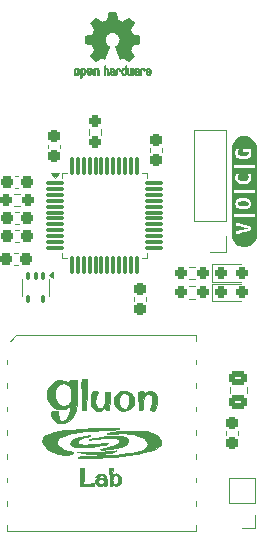
<source format=gto>
G04 #@! TF.GenerationSoftware,KiCad,Pcbnew,9.0.3-9.0.3-0~ubuntu24.04.1*
G04 #@! TF.CreationDate,2025-08-01T09:32:50+02:00*
G04 #@! TF.ProjectId,PicoBalloon,5069636f-4261-46c6-9c6f-6f6e2e6b6963,rev?*
G04 #@! TF.SameCoordinates,Original*
G04 #@! TF.FileFunction,Legend,Top*
G04 #@! TF.FilePolarity,Positive*
%FSLAX46Y46*%
G04 Gerber Fmt 4.6, Leading zero omitted, Abs format (unit mm)*
G04 Created by KiCad (PCBNEW 9.0.3-9.0.3-0~ubuntu24.04.1) date 2025-08-01 09:32:50*
%MOMM*%
%LPD*%
G01*
G04 APERTURE LIST*
G04 Aperture macros list*
%AMRoundRect*
0 Rectangle with rounded corners*
0 $1 Rounding radius*
0 $2 $3 $4 $5 $6 $7 $8 $9 X,Y pos of 4 corners*
0 Add a 4 corners polygon primitive as box body*
4,1,4,$2,$3,$4,$5,$6,$7,$8,$9,$2,$3,0*
0 Add four circle primitives for the rounded corners*
1,1,$1+$1,$2,$3*
1,1,$1+$1,$4,$5*
1,1,$1+$1,$6,$7*
1,1,$1+$1,$8,$9*
0 Add four rect primitives between the rounded corners*
20,1,$1+$1,$2,$3,$4,$5,0*
20,1,$1+$1,$4,$5,$6,$7,0*
20,1,$1+$1,$6,$7,$8,$9,0*
20,1,$1+$1,$8,$9,$2,$3,0*%
G04 Aperture macros list end*
%ADD10C,0.010000*%
%ADD11C,0.120000*%
%ADD12C,0.000000*%
%ADD13RoundRect,0.237500X-0.300000X-0.237500X0.300000X-0.237500X0.300000X0.237500X-0.300000X0.237500X0*%
%ADD14RoundRect,0.237500X0.237500X-0.300000X0.237500X0.300000X-0.237500X0.300000X-0.237500X-0.300000X0*%
%ADD15R,1.700000X1.700000*%
%ADD16C,1.700000*%
%ADD17RoundRect,0.075000X-0.662500X-0.075000X0.662500X-0.075000X0.662500X0.075000X-0.662500X0.075000X0*%
%ADD18RoundRect,0.075000X-0.075000X-0.662500X0.075000X-0.662500X0.075000X0.662500X-0.075000X0.662500X0*%
%ADD19RoundRect,0.237500X-0.287500X-0.237500X0.287500X-0.237500X0.287500X0.237500X-0.287500X0.237500X0*%
%ADD20RoundRect,0.237500X-0.237500X0.300000X-0.237500X-0.300000X0.237500X-0.300000X0.237500X0.300000X0*%
%ADD21RoundRect,0.237500X-0.250000X-0.237500X0.250000X-0.237500X0.250000X0.237500X-0.250000X0.237500X0*%
%ADD22R,1.350000X1.350000*%
%ADD23C,1.350000*%
%ADD24RoundRect,0.250000X0.475000X-0.337500X0.475000X0.337500X-0.475000X0.337500X-0.475000X-0.337500X0*%
%ADD25RoundRect,0.237500X0.250000X0.237500X-0.250000X0.237500X-0.250000X-0.237500X0.250000X-0.237500X0*%
%ADD26RoundRect,0.237500X0.237500X-0.250000X0.237500X0.250000X-0.237500X0.250000X-0.237500X-0.250000X0*%
%ADD27R,4.000000X1.600000*%
%ADD28RoundRect,0.100000X-0.100000X0.225000X-0.100000X-0.225000X0.100000X-0.225000X0.100000X0.225000X0*%
G04 APERTURE END LIST*
D10*
G04 #@! TO.C,G\u002A\u002A\u002A*
X148539259Y-120710854D02*
X148543440Y-120712996D01*
X148546545Y-120759388D01*
X148541704Y-120871188D01*
X148529964Y-121029614D01*
X148519040Y-121149642D01*
X148500525Y-121367824D01*
X148486113Y-121590165D01*
X148478043Y-121779894D01*
X148477092Y-121838573D01*
X148476000Y-122107313D01*
X148737037Y-122077016D01*
X148974852Y-122042326D01*
X149162599Y-121996691D01*
X149290916Y-121950713D01*
X149340252Y-121943614D01*
X149361293Y-121988731D01*
X149365000Y-122073304D01*
X149365000Y-122226000D01*
X148222000Y-122226000D01*
X148222000Y-120753755D01*
X148374492Y-120725148D01*
X148478296Y-120710467D01*
X148539259Y-120710854D01*
G36*
X148539259Y-120710854D02*
G01*
X148543440Y-120712996D01*
X148546545Y-120759388D01*
X148541704Y-120871188D01*
X148529964Y-121029614D01*
X148519040Y-121149642D01*
X148500525Y-121367824D01*
X148486113Y-121590165D01*
X148478043Y-121779894D01*
X148477092Y-121838573D01*
X148476000Y-122107313D01*
X148737037Y-122077016D01*
X148974852Y-122042326D01*
X149162599Y-121996691D01*
X149290916Y-121950713D01*
X149340252Y-121943614D01*
X149361293Y-121988731D01*
X149365000Y-122073304D01*
X149365000Y-122226000D01*
X148222000Y-122226000D01*
X148222000Y-120753755D01*
X148374492Y-120725148D01*
X148478296Y-120710467D01*
X148539259Y-120710854D01*
G37*
X148553311Y-113166306D02*
X148589837Y-113166666D01*
X148781416Y-113166666D01*
X148754737Y-114235583D01*
X148746361Y-114544567D01*
X148737118Y-114840214D01*
X148727579Y-115107285D01*
X148718315Y-115330538D01*
X148709895Y-115494732D01*
X148704952Y-115564791D01*
X148681846Y-115825083D01*
X148532196Y-115842553D01*
X148428465Y-115842911D01*
X148371060Y-115820362D01*
X148368326Y-115815095D01*
X148363669Y-115762927D01*
X148357331Y-115636906D01*
X148349708Y-115447823D01*
X148341195Y-115206466D01*
X148332187Y-114923624D01*
X148323079Y-114610088D01*
X148319804Y-114489975D01*
X148309570Y-114119874D01*
X148302075Y-113825753D01*
X148299092Y-113598931D01*
X148302390Y-113430726D01*
X148313742Y-113312457D01*
X148334920Y-113235443D01*
X148367694Y-113191002D01*
X148413836Y-113170453D01*
X148475118Y-113165115D01*
X148553311Y-113166306D01*
G36*
X148553311Y-113166306D02*
G01*
X148589837Y-113166666D01*
X148781416Y-113166666D01*
X148754737Y-114235583D01*
X148746361Y-114544567D01*
X148737118Y-114840214D01*
X148727579Y-115107285D01*
X148718315Y-115330538D01*
X148709895Y-115494732D01*
X148704952Y-115564791D01*
X148681846Y-115825083D01*
X148532196Y-115842553D01*
X148428465Y-115842911D01*
X148371060Y-115820362D01*
X148368326Y-115815095D01*
X148363669Y-115762927D01*
X148357331Y-115636906D01*
X148349708Y-115447823D01*
X148341195Y-115206466D01*
X148332187Y-114923624D01*
X148323079Y-114610088D01*
X148319804Y-114489975D01*
X148309570Y-114119874D01*
X148302075Y-113825753D01*
X148299092Y-113598931D01*
X148302390Y-113430726D01*
X148313742Y-113312457D01*
X148334920Y-113235443D01*
X148367694Y-113191002D01*
X148413836Y-113170453D01*
X148475118Y-113165115D01*
X148553311Y-113166306D01*
G37*
X151255074Y-119235631D02*
X151216905Y-119262336D01*
X151182545Y-119281604D01*
X151019436Y-119347296D01*
X150782370Y-119407002D01*
X150481962Y-119458707D01*
X150128827Y-119500398D01*
X149946762Y-119516028D01*
X149737980Y-119531426D01*
X149561191Y-119543462D01*
X149432685Y-119551102D01*
X149368755Y-119553311D01*
X149365000Y-119552973D01*
X149316431Y-119547277D01*
X149202509Y-119536592D01*
X149042280Y-119522653D01*
X148920500Y-119512520D01*
X148738544Y-119493481D01*
X148542948Y-119466262D01*
X148350255Y-119434077D01*
X148177009Y-119400140D01*
X148039755Y-119367666D01*
X147955036Y-119339869D01*
X147937388Y-119321500D01*
X147983460Y-119318701D01*
X148094984Y-119323782D01*
X148253221Y-119335664D01*
X148373309Y-119346626D01*
X148772490Y-119376631D01*
X149177158Y-119388160D01*
X149602792Y-119380628D01*
X150064873Y-119353449D01*
X150578883Y-119306037D01*
X151121833Y-119242675D01*
X151226198Y-119230882D01*
X151255074Y-119235631D01*
G36*
X151255074Y-119235631D02*
G01*
X151216905Y-119262336D01*
X151182545Y-119281604D01*
X151019436Y-119347296D01*
X150782370Y-119407002D01*
X150481962Y-119458707D01*
X150128827Y-119500398D01*
X149946762Y-119516028D01*
X149737980Y-119531426D01*
X149561191Y-119543462D01*
X149432685Y-119551102D01*
X149368755Y-119553311D01*
X149365000Y-119552973D01*
X149316431Y-119547277D01*
X149202509Y-119536592D01*
X149042280Y-119522653D01*
X148920500Y-119512520D01*
X148738544Y-119493481D01*
X148542948Y-119466262D01*
X148350255Y-119434077D01*
X148177009Y-119400140D01*
X148039755Y-119367666D01*
X147955036Y-119339869D01*
X147937388Y-119321500D01*
X147983460Y-119318701D01*
X148094984Y-119323782D01*
X148253221Y-119335664D01*
X148373309Y-119346626D01*
X148772490Y-119376631D01*
X149177158Y-119388160D01*
X149602792Y-119380628D01*
X150064873Y-119353449D01*
X150578883Y-119306037D01*
X151121833Y-119242675D01*
X151226198Y-119230882D01*
X151255074Y-119235631D01*
G37*
X152116829Y-114200270D02*
X152356831Y-114288848D01*
X152571480Y-114449299D01*
X152616003Y-114496767D01*
X152728694Y-114668213D01*
X152784267Y-114869756D01*
X152787501Y-115120273D01*
X152784044Y-115160378D01*
X152722155Y-115391715D01*
X152590364Y-115585895D01*
X152398195Y-115735083D01*
X152155173Y-115831442D01*
X151927026Y-115865416D01*
X151713076Y-115860381D01*
X151539728Y-115815578D01*
X151501081Y-115798744D01*
X151289289Y-115657176D01*
X151137544Y-115467877D01*
X151049609Y-115246359D01*
X151031076Y-115029594D01*
X151461045Y-115029594D01*
X151481950Y-115258911D01*
X151543893Y-115461908D01*
X151630651Y-115597715D01*
X151748325Y-115675443D01*
X151897242Y-115710076D01*
X152045433Y-115699646D01*
X152160929Y-115642187D01*
X152171991Y-115631034D01*
X152277636Y-115464470D01*
X152342752Y-115257634D01*
X152367432Y-115032322D01*
X152351769Y-114810328D01*
X152295855Y-114613447D01*
X152199784Y-114463473D01*
X152166895Y-114433790D01*
X152013151Y-114360826D01*
X151849031Y-114361014D01*
X151695369Y-114428800D01*
X151572998Y-114558633D01*
X151550812Y-114597986D01*
X151483293Y-114800454D01*
X151461045Y-115029594D01*
X151031076Y-115029594D01*
X151029241Y-115008138D01*
X151080202Y-114768727D01*
X151199139Y-114552946D01*
X151392628Y-114359901D01*
X151619934Y-114236383D01*
X151866265Y-114182977D01*
X152116829Y-114200270D01*
G36*
X152116829Y-114200270D02*
G01*
X152356831Y-114288848D01*
X152571480Y-114449299D01*
X152616003Y-114496767D01*
X152728694Y-114668213D01*
X152784267Y-114869756D01*
X152787501Y-115120273D01*
X152784044Y-115160378D01*
X152722155Y-115391715D01*
X152590364Y-115585895D01*
X152398195Y-115735083D01*
X152155173Y-115831442D01*
X151927026Y-115865416D01*
X151713076Y-115860381D01*
X151539728Y-115815578D01*
X151501081Y-115798744D01*
X151289289Y-115657176D01*
X151137544Y-115467877D01*
X151049609Y-115246359D01*
X151031076Y-115029594D01*
X151461045Y-115029594D01*
X151481950Y-115258911D01*
X151543893Y-115461908D01*
X151630651Y-115597715D01*
X151748325Y-115675443D01*
X151897242Y-115710076D01*
X152045433Y-115699646D01*
X152160929Y-115642187D01*
X152171991Y-115631034D01*
X152277636Y-115464470D01*
X152342752Y-115257634D01*
X152367432Y-115032322D01*
X152351769Y-114810328D01*
X152295855Y-114613447D01*
X152199784Y-114463473D01*
X152166895Y-114433790D01*
X152013151Y-114360826D01*
X151849031Y-114361014D01*
X151695369Y-114428800D01*
X151572998Y-114558633D01*
X151550812Y-114597986D01*
X151483293Y-114800454D01*
X151461045Y-115029594D01*
X151031076Y-115029594D01*
X151029241Y-115008138D01*
X151080202Y-114768727D01*
X151199139Y-114552946D01*
X151392628Y-114359901D01*
X151619934Y-114236383D01*
X151866265Y-114182977D01*
X152116829Y-114200270D01*
G37*
X150918025Y-121349373D02*
X151050466Y-121251455D01*
X151143819Y-121191134D01*
X151223009Y-121175480D01*
X151330911Y-121197999D01*
X151355478Y-121205241D01*
X151525807Y-121296625D01*
X151639595Y-121447035D01*
X151690838Y-121647571D01*
X151693175Y-121705943D01*
X151656698Y-121891860D01*
X151558451Y-122046260D01*
X151415734Y-122156477D01*
X151245847Y-122209844D01*
X151066091Y-122193696D01*
X151039487Y-122184548D01*
X150946118Y-122158796D01*
X150895529Y-122178872D01*
X150879073Y-122202907D01*
X150819819Y-122259545D01*
X150787447Y-122268333D01*
X150757818Y-122239554D01*
X150734174Y-122147641D01*
X150714847Y-121984224D01*
X150705103Y-121855583D01*
X150699662Y-121756305D01*
X150931333Y-121756305D01*
X150937511Y-121911243D01*
X150959467Y-122002758D01*
X151002333Y-122051423D01*
X151005416Y-122053275D01*
X151127168Y-122095783D01*
X151246936Y-122072703D01*
X151338055Y-121996864D01*
X151402246Y-121866177D01*
X151433210Y-121707909D01*
X151424646Y-121549329D01*
X151390662Y-121450633D01*
X151302883Y-121332520D01*
X151205362Y-121298159D01*
X151093863Y-121346929D01*
X151035242Y-121398575D01*
X150974289Y-121474122D01*
X150942750Y-121563687D01*
X150931877Y-121697385D01*
X150931333Y-121756305D01*
X150699662Y-121756305D01*
X150692343Y-121622779D01*
X150682704Y-121370702D01*
X150677835Y-121144927D01*
X150677552Y-121093583D01*
X150677333Y-120744333D01*
X150974257Y-120744333D01*
X150918025Y-121349373D01*
G36*
X150918025Y-121349373D02*
G01*
X151050466Y-121251455D01*
X151143819Y-121191134D01*
X151223009Y-121175480D01*
X151330911Y-121197999D01*
X151355478Y-121205241D01*
X151525807Y-121296625D01*
X151639595Y-121447035D01*
X151690838Y-121647571D01*
X151693175Y-121705943D01*
X151656698Y-121891860D01*
X151558451Y-122046260D01*
X151415734Y-122156477D01*
X151245847Y-122209844D01*
X151066091Y-122193696D01*
X151039487Y-122184548D01*
X150946118Y-122158796D01*
X150895529Y-122178872D01*
X150879073Y-122202907D01*
X150819819Y-122259545D01*
X150787447Y-122268333D01*
X150757818Y-122239554D01*
X150734174Y-122147641D01*
X150714847Y-121984224D01*
X150705103Y-121855583D01*
X150699662Y-121756305D01*
X150931333Y-121756305D01*
X150937511Y-121911243D01*
X150959467Y-122002758D01*
X151002333Y-122051423D01*
X151005416Y-122053275D01*
X151127168Y-122095783D01*
X151246936Y-122072703D01*
X151338055Y-121996864D01*
X151402246Y-121866177D01*
X151433210Y-121707909D01*
X151424646Y-121549329D01*
X151390662Y-121450633D01*
X151302883Y-121332520D01*
X151205362Y-121298159D01*
X151093863Y-121346929D01*
X151035242Y-121398575D01*
X150974289Y-121474122D01*
X150942750Y-121563687D01*
X150931877Y-121697385D01*
X150931333Y-121756305D01*
X150699662Y-121756305D01*
X150692343Y-121622779D01*
X150682704Y-121370702D01*
X150677835Y-121144927D01*
X150677552Y-121093583D01*
X150677333Y-120744333D01*
X150974257Y-120744333D01*
X150918025Y-121349373D01*
G37*
X149040142Y-117959260D02*
X149067359Y-117981389D01*
X149026418Y-118009737D01*
X148924351Y-118037324D01*
X148836707Y-118050605D01*
X148606525Y-118093547D01*
X148384060Y-118162938D01*
X148194256Y-118249212D01*
X148062054Y-118342804D01*
X148054461Y-118350589D01*
X147985085Y-118469139D01*
X147988217Y-118582880D01*
X148059505Y-118670898D01*
X148127394Y-118701105D01*
X148240897Y-118717628D01*
X148422344Y-118726083D01*
X148655450Y-118727001D01*
X148923930Y-118720911D01*
X149211500Y-118708345D01*
X149501875Y-118689835D01*
X149778769Y-118665911D01*
X150005375Y-118639873D01*
X150250712Y-118609321D01*
X150420276Y-118593362D01*
X150521629Y-118591637D01*
X150562334Y-118603786D01*
X150563018Y-118613336D01*
X150509209Y-118673621D01*
X150486412Y-118685470D01*
X150425520Y-118700508D01*
X150298938Y-118726447D01*
X150124446Y-118759992D01*
X149919822Y-118797848D01*
X149702847Y-118836718D01*
X149491297Y-118873309D01*
X149322666Y-118901177D01*
X149195089Y-118915210D01*
X149011834Y-118927081D01*
X148791278Y-118936478D01*
X148551798Y-118943088D01*
X148311770Y-118946599D01*
X148089571Y-118946697D01*
X147903576Y-118943071D01*
X147772163Y-118935406D01*
X147725643Y-118928357D01*
X147531859Y-118851491D01*
X147414090Y-118747808D01*
X147371659Y-118626363D01*
X147403886Y-118496209D01*
X147510097Y-118366402D01*
X147689612Y-118245997D01*
X147779890Y-118203308D01*
X147917981Y-118155034D01*
X148110216Y-118101796D01*
X148330960Y-118049196D01*
X148554580Y-118002834D01*
X148755439Y-117968311D01*
X148907905Y-117951229D01*
X148937733Y-117950333D01*
X149040142Y-117959260D01*
G36*
X149040142Y-117959260D02*
G01*
X149067359Y-117981389D01*
X149026418Y-118009737D01*
X148924351Y-118037324D01*
X148836707Y-118050605D01*
X148606525Y-118093547D01*
X148384060Y-118162938D01*
X148194256Y-118249212D01*
X148062054Y-118342804D01*
X148054461Y-118350589D01*
X147985085Y-118469139D01*
X147988217Y-118582880D01*
X148059505Y-118670898D01*
X148127394Y-118701105D01*
X148240897Y-118717628D01*
X148422344Y-118726083D01*
X148655450Y-118727001D01*
X148923930Y-118720911D01*
X149211500Y-118708345D01*
X149501875Y-118689835D01*
X149778769Y-118665911D01*
X150005375Y-118639873D01*
X150250712Y-118609321D01*
X150420276Y-118593362D01*
X150521629Y-118591637D01*
X150562334Y-118603786D01*
X150563018Y-118613336D01*
X150509209Y-118673621D01*
X150486412Y-118685470D01*
X150425520Y-118700508D01*
X150298938Y-118726447D01*
X150124446Y-118759992D01*
X149919822Y-118797848D01*
X149702847Y-118836718D01*
X149491297Y-118873309D01*
X149322666Y-118901177D01*
X149195089Y-118915210D01*
X149011834Y-118927081D01*
X148791278Y-118936478D01*
X148551798Y-118943088D01*
X148311770Y-118946599D01*
X148089571Y-118946697D01*
X147903576Y-118943071D01*
X147772163Y-118935406D01*
X147725643Y-118928357D01*
X147531859Y-118851491D01*
X147414090Y-118747808D01*
X147371659Y-118626363D01*
X147403886Y-118496209D01*
X147510097Y-118366402D01*
X147689612Y-118245997D01*
X147779890Y-118203308D01*
X147917981Y-118155034D01*
X148110216Y-118101796D01*
X148330960Y-118049196D01*
X148554580Y-118002834D01*
X148755439Y-117968311D01*
X148907905Y-117951229D01*
X148937733Y-117950333D01*
X149040142Y-117959260D01*
G37*
X150126449Y-121241425D02*
X150287845Y-121336757D01*
X150399201Y-121497576D01*
X150461525Y-121725464D01*
X150475822Y-122022002D01*
X150473076Y-122088416D01*
X150458517Y-122183645D01*
X150412550Y-122220665D01*
X150342194Y-122226000D01*
X150248681Y-122211229D01*
X150202587Y-122177596D01*
X150169528Y-122150363D01*
X150096009Y-122177596D01*
X149956701Y-122217540D01*
X149792763Y-122218602D01*
X149651759Y-122181068D01*
X149640166Y-122174869D01*
X149506879Y-122063534D01*
X149455289Y-121932984D01*
X149472228Y-121854509D01*
X149711354Y-121854509D01*
X149723641Y-121926658D01*
X149760077Y-121988288D01*
X149861568Y-122078207D01*
X149987863Y-122094792D01*
X150119929Y-122037148D01*
X150156021Y-122006954D01*
X150239480Y-121893824D01*
X150239144Y-121787686D01*
X150173293Y-121700416D01*
X150053189Y-121641820D01*
X149917085Y-121645658D01*
X149797921Y-121706824D01*
X149749838Y-121766038D01*
X149711354Y-121854509D01*
X149472228Y-121854509D01*
X149486299Y-121789322D01*
X149566083Y-121674660D01*
X149667117Y-121585281D01*
X149782252Y-121545076D01*
X149873000Y-121536590D01*
X150013215Y-121538747D01*
X150132290Y-121554735D01*
X150158791Y-121562297D01*
X150222848Y-121579772D01*
X150234064Y-121552435D01*
X150209060Y-121478310D01*
X150134449Y-121346792D01*
X150042000Y-121298036D01*
X149931568Y-121332012D01*
X149845573Y-121402911D01*
X149752547Y-121476389D01*
X149660015Y-121491235D01*
X149606071Y-121482327D01*
X149474814Y-121453498D01*
X149611074Y-121331749D01*
X149745924Y-121240363D01*
X149893194Y-121210312D01*
X149914009Y-121210000D01*
X150126449Y-121241425D01*
G36*
X150126449Y-121241425D02*
G01*
X150287845Y-121336757D01*
X150399201Y-121497576D01*
X150461525Y-121725464D01*
X150475822Y-122022002D01*
X150473076Y-122088416D01*
X150458517Y-122183645D01*
X150412550Y-122220665D01*
X150342194Y-122226000D01*
X150248681Y-122211229D01*
X150202587Y-122177596D01*
X150169528Y-122150363D01*
X150096009Y-122177596D01*
X149956701Y-122217540D01*
X149792763Y-122218602D01*
X149651759Y-122181068D01*
X149640166Y-122174869D01*
X149506879Y-122063534D01*
X149455289Y-121932984D01*
X149472228Y-121854509D01*
X149711354Y-121854509D01*
X149723641Y-121926658D01*
X149760077Y-121988288D01*
X149861568Y-122078207D01*
X149987863Y-122094792D01*
X150119929Y-122037148D01*
X150156021Y-122006954D01*
X150239480Y-121893824D01*
X150239144Y-121787686D01*
X150173293Y-121700416D01*
X150053189Y-121641820D01*
X149917085Y-121645658D01*
X149797921Y-121706824D01*
X149749838Y-121766038D01*
X149711354Y-121854509D01*
X149472228Y-121854509D01*
X149486299Y-121789322D01*
X149566083Y-121674660D01*
X149667117Y-121585281D01*
X149782252Y-121545076D01*
X149873000Y-121536590D01*
X150013215Y-121538747D01*
X150132290Y-121554735D01*
X150158791Y-121562297D01*
X150222848Y-121579772D01*
X150234064Y-121552435D01*
X150209060Y-121478310D01*
X150134449Y-121346792D01*
X150042000Y-121298036D01*
X149931568Y-121332012D01*
X149845573Y-121402911D01*
X149752547Y-121476389D01*
X149660015Y-121491235D01*
X149606071Y-121482327D01*
X149474814Y-121453498D01*
X149611074Y-121331749D01*
X149745924Y-121240363D01*
X149893194Y-121210312D01*
X149914009Y-121210000D01*
X150126449Y-121241425D01*
G37*
X151383810Y-118000327D02*
X151634756Y-118018773D01*
X151743686Y-118036460D01*
X151978174Y-118111610D01*
X152137639Y-118216084D01*
X152222592Y-118340955D01*
X152233542Y-118477296D01*
X152171002Y-118616179D01*
X152035480Y-118748678D01*
X151827488Y-118865865D01*
X151693333Y-118916971D01*
X151532405Y-118962208D01*
X151330098Y-119006955D01*
X151100534Y-119049441D01*
X150857837Y-119087893D01*
X150616131Y-119120539D01*
X150389538Y-119145608D01*
X150192182Y-119161325D01*
X150038186Y-119165920D01*
X149941673Y-119157620D01*
X149915333Y-119140085D01*
X149951189Y-119097326D01*
X150010583Y-119074929D01*
X150090110Y-119058525D01*
X150230976Y-119029756D01*
X150411529Y-118993035D01*
X150564810Y-118961950D01*
X150884103Y-118887118D01*
X151128459Y-118805652D01*
X151307570Y-118713358D01*
X151431130Y-118606040D01*
X151453894Y-118577173D01*
X151507188Y-118493226D01*
X151509307Y-118431837D01*
X151467276Y-118356901D01*
X151360472Y-118262347D01*
X151238570Y-118216895D01*
X151096746Y-118199467D01*
X150889810Y-118190484D01*
X150636840Y-118189435D01*
X150356917Y-118195809D01*
X150069119Y-118209096D01*
X149792525Y-118228784D01*
X149546216Y-118254364D01*
X149474047Y-118264125D01*
X149236577Y-118297960D01*
X149071971Y-118319136D01*
X148969453Y-118328144D01*
X148918248Y-118325477D01*
X148907580Y-118311625D01*
X148924544Y-118289189D01*
X148979233Y-118267635D01*
X149101852Y-118236296D01*
X149276710Y-118198672D01*
X149488120Y-118158262D01*
X149599760Y-118138597D01*
X149972344Y-118082821D01*
X150353481Y-118040323D01*
X150726732Y-118011886D01*
X151075655Y-117998293D01*
X151383810Y-118000327D01*
G36*
X151383810Y-118000327D02*
G01*
X151634756Y-118018773D01*
X151743686Y-118036460D01*
X151978174Y-118111610D01*
X152137639Y-118216084D01*
X152222592Y-118340955D01*
X152233542Y-118477296D01*
X152171002Y-118616179D01*
X152035480Y-118748678D01*
X151827488Y-118865865D01*
X151693333Y-118916971D01*
X151532405Y-118962208D01*
X151330098Y-119006955D01*
X151100534Y-119049441D01*
X150857837Y-119087893D01*
X150616131Y-119120539D01*
X150389538Y-119145608D01*
X150192182Y-119161325D01*
X150038186Y-119165920D01*
X149941673Y-119157620D01*
X149915333Y-119140085D01*
X149951189Y-119097326D01*
X150010583Y-119074929D01*
X150090110Y-119058525D01*
X150230976Y-119029756D01*
X150411529Y-118993035D01*
X150564810Y-118961950D01*
X150884103Y-118887118D01*
X151128459Y-118805652D01*
X151307570Y-118713358D01*
X151431130Y-118606040D01*
X151453894Y-118577173D01*
X151507188Y-118493226D01*
X151509307Y-118431837D01*
X151467276Y-118356901D01*
X151360472Y-118262347D01*
X151238570Y-118216895D01*
X151096746Y-118199467D01*
X150889810Y-118190484D01*
X150636840Y-118189435D01*
X150356917Y-118195809D01*
X150069119Y-118209096D01*
X149792525Y-118228784D01*
X149546216Y-118254364D01*
X149474047Y-118264125D01*
X149236577Y-118297960D01*
X149071971Y-118319136D01*
X148969453Y-118328144D01*
X148918248Y-118325477D01*
X148907580Y-118311625D01*
X148924544Y-118289189D01*
X148979233Y-118267635D01*
X149101852Y-118236296D01*
X149276710Y-118198672D01*
X149488120Y-118158262D01*
X149599760Y-118138597D01*
X149972344Y-118082821D01*
X150353481Y-118040323D01*
X150726732Y-118011886D01*
X151075655Y-117998293D01*
X151383810Y-118000327D01*
G37*
X149486955Y-114206779D02*
X149618112Y-114223976D01*
X149709190Y-114238386D01*
X149736034Y-114245029D01*
X149723595Y-114283741D01*
X149679638Y-114373086D01*
X149638294Y-114449375D01*
X149571309Y-114601946D01*
X149513542Y-114789633D01*
X149486814Y-114917528D01*
X149468015Y-115184106D01*
X149500713Y-115397213D01*
X149582380Y-115551550D01*
X149710488Y-115641813D01*
X149842869Y-115664333D01*
X150004150Y-115637424D01*
X150127330Y-115553309D01*
X150214840Y-115406910D01*
X150269114Y-115193146D01*
X150292587Y-114906937D01*
X150293368Y-114723938D01*
X150285834Y-114250584D01*
X150513333Y-114262601D01*
X150640492Y-114270437D01*
X150725717Y-114277817D01*
X150746848Y-114281559D01*
X150745302Y-114322701D01*
X150738610Y-114432055D01*
X150727925Y-114593402D01*
X150714400Y-114790521D01*
X150699188Y-115007193D01*
X150683443Y-115227199D01*
X150668317Y-115434317D01*
X150654964Y-115612329D01*
X150644536Y-115745015D01*
X150638188Y-115816154D01*
X150637249Y-115823083D01*
X150598362Y-115830093D01*
X150505723Y-115833580D01*
X150486833Y-115833666D01*
X150388255Y-115827363D01*
X150347270Y-115791308D01*
X150338710Y-115699780D01*
X150338666Y-115682251D01*
X150338666Y-115530837D01*
X150228267Y-115662039D01*
X150139911Y-115755939D01*
X150061284Y-115821922D01*
X150048350Y-115829704D01*
X149895267Y-115879307D01*
X149715591Y-115895105D01*
X149552973Y-115874656D01*
X149511067Y-115859793D01*
X149345386Y-115746069D01*
X149205202Y-115574693D01*
X149112078Y-115372587D01*
X149107197Y-115355491D01*
X149080437Y-115175037D01*
X149077883Y-114947889D01*
X149097213Y-114707761D01*
X149136108Y-114488363D01*
X149175698Y-114360229D01*
X149249076Y-114177958D01*
X149486955Y-114206779D01*
G36*
X149486955Y-114206779D02*
G01*
X149618112Y-114223976D01*
X149709190Y-114238386D01*
X149736034Y-114245029D01*
X149723595Y-114283741D01*
X149679638Y-114373086D01*
X149638294Y-114449375D01*
X149571309Y-114601946D01*
X149513542Y-114789633D01*
X149486814Y-114917528D01*
X149468015Y-115184106D01*
X149500713Y-115397213D01*
X149582380Y-115551550D01*
X149710488Y-115641813D01*
X149842869Y-115664333D01*
X150004150Y-115637424D01*
X150127330Y-115553309D01*
X150214840Y-115406910D01*
X150269114Y-115193146D01*
X150292587Y-114906937D01*
X150293368Y-114723938D01*
X150285834Y-114250584D01*
X150513333Y-114262601D01*
X150640492Y-114270437D01*
X150725717Y-114277817D01*
X150746848Y-114281559D01*
X150745302Y-114322701D01*
X150738610Y-114432055D01*
X150727925Y-114593402D01*
X150714400Y-114790521D01*
X150699188Y-115007193D01*
X150683443Y-115227199D01*
X150668317Y-115434317D01*
X150654964Y-115612329D01*
X150644536Y-115745015D01*
X150638188Y-115816154D01*
X150637249Y-115823083D01*
X150598362Y-115830093D01*
X150505723Y-115833580D01*
X150486833Y-115833666D01*
X150388255Y-115827363D01*
X150347270Y-115791308D01*
X150338710Y-115699780D01*
X150338666Y-115682251D01*
X150338666Y-115530837D01*
X150228267Y-115662039D01*
X150139911Y-115755939D01*
X150061284Y-115821922D01*
X150048350Y-115829704D01*
X149895267Y-115879307D01*
X149715591Y-115895105D01*
X149552973Y-115874656D01*
X149511067Y-115859793D01*
X149345386Y-115746069D01*
X149205202Y-115574693D01*
X149112078Y-115372587D01*
X149107197Y-115355491D01*
X149080437Y-115175037D01*
X149077883Y-114947889D01*
X149097213Y-114707761D01*
X149136108Y-114488363D01*
X149175698Y-114360229D01*
X149249076Y-114177958D01*
X149486955Y-114206779D01*
G37*
X154188167Y-114187075D02*
X154370851Y-114256768D01*
X154525929Y-114389254D01*
X154616950Y-114535216D01*
X154677057Y-114743922D01*
X154698072Y-115001701D01*
X154680101Y-115282579D01*
X154623248Y-115560581D01*
X154612632Y-115596374D01*
X154563626Y-115747326D01*
X154517860Y-115832377D01*
X154452298Y-115866112D01*
X154343908Y-115863118D01*
X154219423Y-115845357D01*
X154136861Y-115821330D01*
X154123708Y-115775880D01*
X154130772Y-115756450D01*
X154200854Y-115556821D01*
X154258404Y-115319750D01*
X154296513Y-115081079D01*
X154308271Y-114876652D01*
X154306853Y-114843030D01*
X154290170Y-114689100D01*
X154257540Y-114589536D01*
X154197559Y-114514161D01*
X154174892Y-114493780D01*
X154029553Y-114408992D01*
X153888971Y-114408736D01*
X153753167Y-114493012D01*
X153729041Y-114517363D01*
X153629306Y-114655850D01*
X153562812Y-114829635D01*
X153525591Y-115054132D01*
X153513674Y-115344754D01*
X153513666Y-115353861D01*
X153508883Y-115563745D01*
X153490414Y-115702980D01*
X153452074Y-115785251D01*
X153387682Y-115824245D01*
X153296902Y-115833666D01*
X153233674Y-115828610D01*
X153196758Y-115800486D01*
X153176012Y-115729862D01*
X153161295Y-115597304D01*
X153158825Y-115569083D01*
X153147751Y-115417176D01*
X153135463Y-115210172D01*
X153123606Y-114977595D01*
X153115427Y-114790251D01*
X153107122Y-114562825D01*
X153108533Y-114406626D01*
X153127186Y-114308242D01*
X153170606Y-114254261D01*
X153246317Y-114231272D01*
X153361845Y-114225862D01*
X153432251Y-114225578D01*
X153532141Y-114230460D01*
X153570064Y-114261614D01*
X153568664Y-114342209D01*
X153566133Y-114362583D01*
X153548598Y-114500166D01*
X153647549Y-114382099D01*
X153809208Y-114247007D01*
X153995183Y-114182910D01*
X154188167Y-114187075D01*
G36*
X154188167Y-114187075D02*
G01*
X154370851Y-114256768D01*
X154525929Y-114389254D01*
X154616950Y-114535216D01*
X154677057Y-114743922D01*
X154698072Y-115001701D01*
X154680101Y-115282579D01*
X154623248Y-115560581D01*
X154612632Y-115596374D01*
X154563626Y-115747326D01*
X154517860Y-115832377D01*
X154452298Y-115866112D01*
X154343908Y-115863118D01*
X154219423Y-115845357D01*
X154136861Y-115821330D01*
X154123708Y-115775880D01*
X154130772Y-115756450D01*
X154200854Y-115556821D01*
X154258404Y-115319750D01*
X154296513Y-115081079D01*
X154308271Y-114876652D01*
X154306853Y-114843030D01*
X154290170Y-114689100D01*
X154257540Y-114589536D01*
X154197559Y-114514161D01*
X154174892Y-114493780D01*
X154029553Y-114408992D01*
X153888971Y-114408736D01*
X153753167Y-114493012D01*
X153729041Y-114517363D01*
X153629306Y-114655850D01*
X153562812Y-114829635D01*
X153525591Y-115054132D01*
X153513674Y-115344754D01*
X153513666Y-115353861D01*
X153508883Y-115563745D01*
X153490414Y-115702980D01*
X153452074Y-115785251D01*
X153387682Y-115824245D01*
X153296902Y-115833666D01*
X153233674Y-115828610D01*
X153196758Y-115800486D01*
X153176012Y-115729862D01*
X153161295Y-115597304D01*
X153158825Y-115569083D01*
X153147751Y-115417176D01*
X153135463Y-115210172D01*
X153123606Y-114977595D01*
X153115427Y-114790251D01*
X153107122Y-114562825D01*
X153108533Y-114406626D01*
X153127186Y-114308242D01*
X153170606Y-114254261D01*
X153246317Y-114231272D01*
X153361845Y-114225862D01*
X153432251Y-114225578D01*
X153532141Y-114230460D01*
X153570064Y-114261614D01*
X153568664Y-114342209D01*
X153566133Y-114362583D01*
X153548598Y-114500166D01*
X153647549Y-114382099D01*
X153809208Y-114247007D01*
X153995183Y-114182910D01*
X154188167Y-114187075D01*
G37*
X150901652Y-117347362D02*
X151141469Y-117350315D01*
X151330118Y-117355286D01*
X151456547Y-117362361D01*
X151509704Y-117371627D01*
X151510032Y-117371921D01*
X151525483Y-117400114D01*
X151500647Y-117421300D01*
X151425534Y-117437184D01*
X151290154Y-117449469D01*
X151084516Y-117459860D01*
X150968587Y-117464294D01*
X150134082Y-117501429D01*
X149382626Y-117549857D01*
X148713341Y-117609708D01*
X148125348Y-117681112D01*
X147617769Y-117764199D01*
X147189725Y-117859098D01*
X146840338Y-117965940D01*
X146568729Y-118084854D01*
X146498363Y-118125313D01*
X146346253Y-118262354D01*
X146266465Y-118434185D01*
X146264569Y-118627499D01*
X146272976Y-118663721D01*
X146338506Y-118814462D01*
X146452827Y-118943150D01*
X146624724Y-119055412D01*
X146862982Y-119156872D01*
X147176389Y-119253155D01*
X147206000Y-119261075D01*
X147396173Y-119312046D01*
X147518092Y-119347969D01*
X147585397Y-119375280D01*
X147611731Y-119400412D01*
X147610735Y-119429801D01*
X147603988Y-119448788D01*
X147534871Y-119517870D01*
X147397874Y-119566334D01*
X147207418Y-119593440D01*
X146977922Y-119598450D01*
X146723808Y-119580626D01*
X146459495Y-119539229D01*
X146343589Y-119513333D01*
X145980928Y-119398903D01*
X145664352Y-119248164D01*
X145401247Y-119067486D01*
X145199001Y-118863240D01*
X145064999Y-118641796D01*
X145006626Y-118409524D01*
X145004666Y-118358571D01*
X145015226Y-118227135D01*
X145060002Y-118133735D01*
X145149363Y-118043725D01*
X145339200Y-117917054D01*
X145606808Y-117802565D01*
X145953193Y-117700049D01*
X146379357Y-117609298D01*
X146886307Y-117530104D01*
X147475045Y-117462257D01*
X148146578Y-117405550D01*
X148264333Y-117397323D01*
X148467318Y-117386006D01*
X148718603Y-117375929D01*
X149007138Y-117367179D01*
X149321869Y-117359840D01*
X149651745Y-117354001D01*
X149985713Y-117349747D01*
X150312722Y-117347165D01*
X150621719Y-117346341D01*
X150901652Y-117347362D01*
G36*
X150901652Y-117347362D02*
G01*
X151141469Y-117350315D01*
X151330118Y-117355286D01*
X151456547Y-117362361D01*
X151509704Y-117371627D01*
X151510032Y-117371921D01*
X151525483Y-117400114D01*
X151500647Y-117421300D01*
X151425534Y-117437184D01*
X151290154Y-117449469D01*
X151084516Y-117459860D01*
X150968587Y-117464294D01*
X150134082Y-117501429D01*
X149382626Y-117549857D01*
X148713341Y-117609708D01*
X148125348Y-117681112D01*
X147617769Y-117764199D01*
X147189725Y-117859098D01*
X146840338Y-117965940D01*
X146568729Y-118084854D01*
X146498363Y-118125313D01*
X146346253Y-118262354D01*
X146266465Y-118434185D01*
X146264569Y-118627499D01*
X146272976Y-118663721D01*
X146338506Y-118814462D01*
X146452827Y-118943150D01*
X146624724Y-119055412D01*
X146862982Y-119156872D01*
X147176389Y-119253155D01*
X147206000Y-119261075D01*
X147396173Y-119312046D01*
X147518092Y-119347969D01*
X147585397Y-119375280D01*
X147611731Y-119400412D01*
X147610735Y-119429801D01*
X147603988Y-119448788D01*
X147534871Y-119517870D01*
X147397874Y-119566334D01*
X147207418Y-119593440D01*
X146977922Y-119598450D01*
X146723808Y-119580626D01*
X146459495Y-119539229D01*
X146343589Y-119513333D01*
X145980928Y-119398903D01*
X145664352Y-119248164D01*
X145401247Y-119067486D01*
X145199001Y-118863240D01*
X145064999Y-118641796D01*
X145006626Y-118409524D01*
X145004666Y-118358571D01*
X145015226Y-118227135D01*
X145060002Y-118133735D01*
X145149363Y-118043725D01*
X145339200Y-117917054D01*
X145606808Y-117802565D01*
X145953193Y-117700049D01*
X146379357Y-117609298D01*
X146886307Y-117530104D01*
X147475045Y-117462257D01*
X148146578Y-117405550D01*
X148264333Y-117397323D01*
X148467318Y-117386006D01*
X148718603Y-117375929D01*
X149007138Y-117367179D01*
X149321869Y-117359840D01*
X149651745Y-117354001D01*
X149985713Y-117349747D01*
X150312722Y-117347165D01*
X150621719Y-117346341D01*
X150901652Y-117347362D01*
G37*
X153114619Y-117549322D02*
X153426634Y-117565186D01*
X153686733Y-117590758D01*
X153869435Y-117623870D01*
X154231484Y-117737730D01*
X154537126Y-117878887D01*
X154780451Y-118042710D01*
X154955545Y-118224563D01*
X155056497Y-118419813D01*
X155080000Y-118572760D01*
X155037981Y-118731505D01*
X154912574Y-118882630D01*
X154704752Y-119025701D01*
X154415486Y-119160286D01*
X154045750Y-119285952D01*
X153596516Y-119402264D01*
X153068756Y-119508789D01*
X152921000Y-119534458D01*
X152362716Y-119617661D01*
X151741409Y-119691003D01*
X151078323Y-119752848D01*
X150394700Y-119801563D01*
X149711783Y-119835513D01*
X149050816Y-119853064D01*
X148752678Y-119855183D01*
X148472932Y-119854577D01*
X148268043Y-119852094D01*
X148128206Y-119846916D01*
X148043618Y-119838226D01*
X148004476Y-119825205D01*
X148000975Y-119807035D01*
X148011845Y-119793382D01*
X148048263Y-119773350D01*
X148119915Y-119756028D01*
X148235347Y-119740661D01*
X148403105Y-119726494D01*
X148631736Y-119712776D01*
X148929786Y-119698750D01*
X149216833Y-119687078D01*
X149969876Y-119654051D01*
X150642767Y-119616250D01*
X151239916Y-119573089D01*
X151765733Y-119523987D01*
X152224629Y-119468359D01*
X152621015Y-119405622D01*
X152959300Y-119335193D01*
X153243896Y-119256489D01*
X153479212Y-119168927D01*
X153609423Y-119106131D01*
X153790158Y-118983135D01*
X153889418Y-118849617D01*
X153907389Y-118702010D01*
X153844260Y-118536750D01*
X153700217Y-118350272D01*
X153651697Y-118300030D01*
X153418362Y-118112874D01*
X153133431Y-117969322D01*
X152790963Y-117867692D01*
X152385015Y-117806306D01*
X151909645Y-117783483D01*
X151824144Y-117783307D01*
X151565348Y-117788217D01*
X151300413Y-117799982D01*
X151058242Y-117816915D01*
X150867739Y-117837327D01*
X150846666Y-117840392D01*
X150649615Y-117866098D01*
X150525148Y-117871349D01*
X150463748Y-117856362D01*
X150457003Y-117849276D01*
X150445963Y-117817581D01*
X150465197Y-117790028D01*
X150525204Y-117763248D01*
X150636482Y-117733870D01*
X150809530Y-117698527D01*
X151054845Y-117653847D01*
X151079500Y-117649488D01*
X151355307Y-117610298D01*
X151678542Y-117579903D01*
X152032649Y-117558456D01*
X152401069Y-117546109D01*
X152767244Y-117543014D01*
X153114619Y-117549322D01*
G36*
X153114619Y-117549322D02*
G01*
X153426634Y-117565186D01*
X153686733Y-117590758D01*
X153869435Y-117623870D01*
X154231484Y-117737730D01*
X154537126Y-117878887D01*
X154780451Y-118042710D01*
X154955545Y-118224563D01*
X155056497Y-118419813D01*
X155080000Y-118572760D01*
X155037981Y-118731505D01*
X154912574Y-118882630D01*
X154704752Y-119025701D01*
X154415486Y-119160286D01*
X154045750Y-119285952D01*
X153596516Y-119402264D01*
X153068756Y-119508789D01*
X152921000Y-119534458D01*
X152362716Y-119617661D01*
X151741409Y-119691003D01*
X151078323Y-119752848D01*
X150394700Y-119801563D01*
X149711783Y-119835513D01*
X149050816Y-119853064D01*
X148752678Y-119855183D01*
X148472932Y-119854577D01*
X148268043Y-119852094D01*
X148128206Y-119846916D01*
X148043618Y-119838226D01*
X148004476Y-119825205D01*
X148000975Y-119807035D01*
X148011845Y-119793382D01*
X148048263Y-119773350D01*
X148119915Y-119756028D01*
X148235347Y-119740661D01*
X148403105Y-119726494D01*
X148631736Y-119712776D01*
X148929786Y-119698750D01*
X149216833Y-119687078D01*
X149969876Y-119654051D01*
X150642767Y-119616250D01*
X151239916Y-119573089D01*
X151765733Y-119523987D01*
X152224629Y-119468359D01*
X152621015Y-119405622D01*
X152959300Y-119335193D01*
X153243896Y-119256489D01*
X153479212Y-119168927D01*
X153609423Y-119106131D01*
X153790158Y-118983135D01*
X153889418Y-118849617D01*
X153907389Y-118702010D01*
X153844260Y-118536750D01*
X153700217Y-118350272D01*
X153651697Y-118300030D01*
X153418362Y-118112874D01*
X153133431Y-117969322D01*
X152790963Y-117867692D01*
X152385015Y-117806306D01*
X151909645Y-117783483D01*
X151824144Y-117783307D01*
X151565348Y-117788217D01*
X151300413Y-117799982D01*
X151058242Y-117816915D01*
X150867739Y-117837327D01*
X150846666Y-117840392D01*
X150649615Y-117866098D01*
X150525148Y-117871349D01*
X150463748Y-117856362D01*
X150457003Y-117849276D01*
X150445963Y-117817581D01*
X150465197Y-117790028D01*
X150525204Y-117763248D01*
X150636482Y-117733870D01*
X150809530Y-117698527D01*
X151054845Y-117653847D01*
X151079500Y-117649488D01*
X151355307Y-117610298D01*
X151678542Y-117579903D01*
X152032649Y-117558456D01*
X152401069Y-117546109D01*
X152767244Y-117543014D01*
X153114619Y-117549322D01*
G37*
X147938463Y-113918083D02*
X147946462Y-114298822D01*
X147941804Y-114678827D01*
X147925521Y-115040886D01*
X147898645Y-115367790D01*
X147862211Y-115642326D01*
X147824178Y-115822832D01*
X147697608Y-116183620D01*
X147531929Y-116470326D01*
X147324761Y-116685151D01*
X147073723Y-116830300D01*
X146776434Y-116907973D01*
X146637299Y-116921000D01*
X146405156Y-116919496D01*
X146238572Y-116889102D01*
X146210379Y-116877972D01*
X146042335Y-116762020D01*
X145890439Y-116584922D01*
X145773227Y-116370165D01*
X145741863Y-116284293D01*
X145696531Y-116120789D01*
X145692219Y-116015662D01*
X145739835Y-115954973D01*
X145850288Y-115924785D01*
X146033883Y-115911187D01*
X146348728Y-115897166D01*
X146346779Y-116151166D01*
X146364016Y-116361496D01*
X146414652Y-116535791D01*
X146491955Y-116656145D01*
X146551729Y-116696369D01*
X146723542Y-116724600D01*
X146894336Y-116690429D01*
X147007012Y-116620991D01*
X147105283Y-116503934D01*
X147185389Y-116345568D01*
X147253309Y-116131084D01*
X147310642Y-115869004D01*
X147347022Y-115673221D01*
X147366647Y-115548892D01*
X147369190Y-115484414D01*
X147354325Y-115468183D01*
X147321726Y-115488597D01*
X147300488Y-115507277D01*
X147114014Y-115628181D01*
X146875427Y-115711068D01*
X146612167Y-115746897D01*
X146571000Y-115747656D01*
X146259588Y-115709434D01*
X145984067Y-115595644D01*
X145749175Y-115409445D01*
X145559651Y-115153997D01*
X145496848Y-115031484D01*
X145427416Y-114798773D01*
X145404889Y-114528254D01*
X145413241Y-114432349D01*
X146035987Y-114432349D01*
X146051419Y-114692898D01*
X146116938Y-114941948D01*
X146226217Y-115161044D01*
X146372931Y-115331734D01*
X146500980Y-115415611D01*
X146701232Y-115472020D01*
X146911922Y-115470212D01*
X147101306Y-115412185D01*
X147163666Y-115373914D01*
X147274919Y-115276772D01*
X147352365Y-115166401D01*
X147401193Y-115026223D01*
X147426590Y-114839666D01*
X147433746Y-114590154D01*
X147433256Y-114512650D01*
X147428037Y-114282089D01*
X147416822Y-114117924D01*
X147397170Y-114001960D01*
X147366637Y-113915999D01*
X147348590Y-113882075D01*
X147200006Y-113703264D01*
X147011883Y-113591971D01*
X146799999Y-113552937D01*
X146580128Y-113590900D01*
X146497792Y-113626487D01*
X146319850Y-113744834D01*
X146191155Y-113901404D01*
X146096352Y-114116348D01*
X146076967Y-114178754D01*
X146035987Y-114432349D01*
X145413241Y-114432349D01*
X145428917Y-114252370D01*
X145499148Y-114003565D01*
X145508193Y-113982554D01*
X145625362Y-113786469D01*
X145789501Y-113597161D01*
X145974946Y-113440674D01*
X146127696Y-113353938D01*
X146325394Y-113304279D01*
X146563843Y-113293044D01*
X146809123Y-113318749D01*
X147027312Y-113379911D01*
X147061567Y-113394792D01*
X147276967Y-113495091D01*
X147258871Y-113400426D01*
X147260942Y-113331286D01*
X147315906Y-113293631D01*
X147376845Y-113278547D01*
X147506345Y-113261506D01*
X147664398Y-113252027D01*
X147712659Y-113251333D01*
X147912402Y-113251333D01*
X147938463Y-113918083D01*
G36*
X147938463Y-113918083D02*
G01*
X147946462Y-114298822D01*
X147941804Y-114678827D01*
X147925521Y-115040886D01*
X147898645Y-115367790D01*
X147862211Y-115642326D01*
X147824178Y-115822832D01*
X147697608Y-116183620D01*
X147531929Y-116470326D01*
X147324761Y-116685151D01*
X147073723Y-116830300D01*
X146776434Y-116907973D01*
X146637299Y-116921000D01*
X146405156Y-116919496D01*
X146238572Y-116889102D01*
X146210379Y-116877972D01*
X146042335Y-116762020D01*
X145890439Y-116584922D01*
X145773227Y-116370165D01*
X145741863Y-116284293D01*
X145696531Y-116120789D01*
X145692219Y-116015662D01*
X145739835Y-115954973D01*
X145850288Y-115924785D01*
X146033883Y-115911187D01*
X146348728Y-115897166D01*
X146346779Y-116151166D01*
X146364016Y-116361496D01*
X146414652Y-116535791D01*
X146491955Y-116656145D01*
X146551729Y-116696369D01*
X146723542Y-116724600D01*
X146894336Y-116690429D01*
X147007012Y-116620991D01*
X147105283Y-116503934D01*
X147185389Y-116345568D01*
X147253309Y-116131084D01*
X147310642Y-115869004D01*
X147347022Y-115673221D01*
X147366647Y-115548892D01*
X147369190Y-115484414D01*
X147354325Y-115468183D01*
X147321726Y-115488597D01*
X147300488Y-115507277D01*
X147114014Y-115628181D01*
X146875427Y-115711068D01*
X146612167Y-115746897D01*
X146571000Y-115747656D01*
X146259588Y-115709434D01*
X145984067Y-115595644D01*
X145749175Y-115409445D01*
X145559651Y-115153997D01*
X145496848Y-115031484D01*
X145427416Y-114798773D01*
X145404889Y-114528254D01*
X145413241Y-114432349D01*
X146035987Y-114432349D01*
X146051419Y-114692898D01*
X146116938Y-114941948D01*
X146226217Y-115161044D01*
X146372931Y-115331734D01*
X146500980Y-115415611D01*
X146701232Y-115472020D01*
X146911922Y-115470212D01*
X147101306Y-115412185D01*
X147163666Y-115373914D01*
X147274919Y-115276772D01*
X147352365Y-115166401D01*
X147401193Y-115026223D01*
X147426590Y-114839666D01*
X147433746Y-114590154D01*
X147433256Y-114512650D01*
X147428037Y-114282089D01*
X147416822Y-114117924D01*
X147397170Y-114001960D01*
X147366637Y-113915999D01*
X147348590Y-113882075D01*
X147200006Y-113703264D01*
X147011883Y-113591971D01*
X146799999Y-113552937D01*
X146580128Y-113590900D01*
X146497792Y-113626487D01*
X146319850Y-113744834D01*
X146191155Y-113901404D01*
X146096352Y-114116348D01*
X146076967Y-114178754D01*
X146035987Y-114432349D01*
X145413241Y-114432349D01*
X145428917Y-114252370D01*
X145499148Y-114003565D01*
X145508193Y-113982554D01*
X145625362Y-113786469D01*
X145789501Y-113597161D01*
X145974946Y-113440674D01*
X146127696Y-113353938D01*
X146325394Y-113304279D01*
X146563843Y-113293044D01*
X146809123Y-113318749D01*
X147027312Y-113379911D01*
X147061567Y-113394792D01*
X147276967Y-113495091D01*
X147258871Y-113400426D01*
X147260942Y-113331286D01*
X147315906Y-113293631D01*
X147376845Y-113278547D01*
X147506345Y-113261506D01*
X147664398Y-113252027D01*
X147712659Y-113251333D01*
X147912402Y-113251333D01*
X147938463Y-113918083D01*
G37*
D11*
G04 #@! TO.C,C7*
X142704733Y-99062500D02*
X142997267Y-99062500D01*
X142704733Y-100082500D02*
X142997267Y-100082500D01*
D12*
G04 #@! TO.C,kibuzzard-688BBE2B*
G36*
X162101050Y-98121951D02*
G01*
X162186107Y-98127464D01*
X162329968Y-98156866D01*
X162427625Y-98219871D01*
X162463328Y-98325929D01*
X162427625Y-98433037D01*
X162331018Y-98494992D01*
X162187157Y-98524394D01*
X162101313Y-98529907D01*
X162009693Y-98531745D01*
X161918336Y-98529907D01*
X161833279Y-98524394D01*
X161689418Y-98494992D01*
X161591761Y-98433037D01*
X161556058Y-98325929D01*
X161591761Y-98218821D01*
X161688368Y-98156866D01*
X161832229Y-98127464D01*
X161918074Y-98121951D01*
X162009693Y-98120113D01*
X162101050Y-98121951D01*
G37*
G36*
X163182283Y-95043376D02*
G01*
X163182283Y-96129160D01*
X163182283Y-97143538D01*
X163182283Y-98323829D01*
X163182283Y-99243700D01*
X163182283Y-100560501D01*
X163182283Y-100923829D01*
X163182283Y-100924004D01*
X163177072Y-101030086D01*
X163161487Y-101135147D01*
X163135680Y-101238174D01*
X163099899Y-101338176D01*
X163054489Y-101434189D01*
X162999886Y-101525288D01*
X162936616Y-101610597D01*
X162865290Y-101689294D01*
X162786593Y-101760620D01*
X162701284Y-101823889D01*
X162610185Y-101878492D01*
X162514172Y-101923903D01*
X162414170Y-101959684D01*
X162311143Y-101985491D01*
X162206082Y-102001076D01*
X162100000Y-102006287D01*
X161993918Y-102001076D01*
X161888857Y-101985491D01*
X161785830Y-101959684D01*
X161685828Y-101923903D01*
X161589815Y-101878492D01*
X161498716Y-101823889D01*
X161413407Y-101760620D01*
X161334710Y-101689294D01*
X161263384Y-101610597D01*
X161200114Y-101525288D01*
X161145511Y-101434189D01*
X161100101Y-101338176D01*
X161064320Y-101238174D01*
X161038513Y-101135147D01*
X161022928Y-101030086D01*
X161017717Y-100924004D01*
X161017717Y-100923829D01*
X161017717Y-99926252D01*
X161360743Y-99926252D01*
X161360743Y-100197173D01*
X161469952Y-100216074D01*
X161595961Y-100239176D01*
X161732209Y-100265428D01*
X161872132Y-100293780D01*
X162012843Y-100324233D01*
X162151454Y-100356785D01*
X162281401Y-100390388D01*
X162396123Y-100423990D01*
X162279826Y-100457855D01*
X162149354Y-100492246D01*
X162010743Y-100525848D01*
X161870032Y-100557351D01*
X161730372Y-100586490D01*
X161594911Y-100613005D01*
X161469689Y-100635057D01*
X161360743Y-100650808D01*
X161360743Y-100923829D01*
X161478352Y-100899677D01*
X161625363Y-100865024D01*
X161735389Y-100837255D01*
X161849847Y-100807153D01*
X161968740Y-100774717D01*
X162089966Y-100740415D01*
X162211425Y-100704712D01*
X162333118Y-100667609D01*
X162506381Y-100612480D01*
X162660743Y-100560501D01*
X162660743Y-100293780D01*
X162548851Y-100253644D01*
X162434392Y-100214441D01*
X162317367Y-100176171D01*
X162199758Y-100139418D01*
X162083549Y-100104766D01*
X161968740Y-100072213D01*
X161801515Y-100027585D01*
X161642165Y-99988207D01*
X161494103Y-99954342D01*
X161360743Y-99926252D01*
X161017717Y-99926252D01*
X161017717Y-99243700D01*
X161192730Y-99243700D01*
X161192730Y-99504120D01*
X163007270Y-99504120D01*
X163007270Y-99243700D01*
X161192730Y-99243700D01*
X161017717Y-99243700D01*
X161017717Y-98325929D01*
X161331341Y-98325929D01*
X161350359Y-98462206D01*
X161407413Y-98577015D01*
X161502504Y-98670355D01*
X161598390Y-98724566D01*
X161714883Y-98763288D01*
X161851984Y-98786521D01*
X162009693Y-98794265D01*
X162167402Y-98786717D01*
X162304503Y-98764075D01*
X162420997Y-98726338D01*
X162516882Y-98673506D01*
X162611973Y-98580982D01*
X162669027Y-98464423D01*
X162688045Y-98323829D01*
X162669027Y-98186618D01*
X162611973Y-98071809D01*
X162516882Y-97979402D01*
X162420997Y-97926111D01*
X162304503Y-97888045D01*
X162167402Y-97865206D01*
X162009693Y-97857593D01*
X161851984Y-97865075D01*
X161714883Y-97887520D01*
X161598390Y-97924929D01*
X161502504Y-97977302D01*
X161407413Y-98069243D01*
X161350359Y-98185451D01*
X161331341Y-98325929D01*
X161017717Y-98325929D01*
X161017717Y-97143538D01*
X161192730Y-97143538D01*
X161192730Y-97403958D01*
X163007270Y-97403958D01*
X163007270Y-97143538D01*
X161192730Y-97143538D01*
X161017717Y-97143538D01*
X161017717Y-96103958D01*
X161331341Y-96103958D01*
X161342629Y-96227080D01*
X161376494Y-96340226D01*
X161432149Y-96441034D01*
X161508805Y-96527141D01*
X161605674Y-96597233D01*
X161721971Y-96650000D01*
X161856906Y-96683078D01*
X162009693Y-96694103D01*
X162163136Y-96685046D01*
X162297940Y-96657876D01*
X162414105Y-96612591D01*
X162511632Y-96549192D01*
X162609639Y-96438117D01*
X162668444Y-96298106D01*
X162688045Y-96129160D01*
X162680957Y-96014439D01*
X162659693Y-95913893D01*
X162597738Y-95765832D01*
X162394023Y-95830937D01*
X162440226Y-95936995D01*
X162463328Y-96103958D01*
X162433663Y-96253857D01*
X162344669Y-96354927D01*
X162254012Y-96397514D01*
X162140253Y-96423066D01*
X162003393Y-96431583D01*
X161885784Y-96424495D01*
X161789176Y-96403231D01*
X161651616Y-96329725D01*
X161578110Y-96226817D01*
X161556058Y-96108158D01*
X161578110Y-95951696D01*
X161631664Y-95835137D01*
X161425848Y-95767932D01*
X161400646Y-95810985D01*
X161369144Y-95881341D01*
X161342892Y-95978998D01*
X161331341Y-96103958D01*
X161017717Y-96103958D01*
X161017717Y-95043376D01*
X161192730Y-95043376D01*
X161192730Y-95303796D01*
X163007270Y-95303796D01*
X163007270Y-95043376D01*
X161192730Y-95043376D01*
X161017717Y-95043376D01*
X161017717Y-94031099D01*
X161331341Y-94031099D01*
X161342104Y-94145032D01*
X161374394Y-94251616D01*
X161428211Y-94347698D01*
X161503554Y-94430129D01*
X161599899Y-94497859D01*
X161716721Y-94549838D01*
X161853494Y-94582916D01*
X162009693Y-94593942D01*
X162167468Y-94584491D01*
X162304766Y-94556139D01*
X162421325Y-94510460D01*
X162516882Y-94449031D01*
X162591438Y-94372637D01*
X162644992Y-94282068D01*
X162677282Y-94178372D01*
X162688045Y-94062601D01*
X162682795Y-93934229D01*
X162667044Y-93826333D01*
X162629241Y-93682472D01*
X161980291Y-93682472D01*
X161980291Y-93940792D01*
X162454927Y-93940792D01*
X162461228Y-93991195D01*
X162463328Y-94041599D01*
X162435763Y-94167084D01*
X162353069Y-94257916D01*
X162265913Y-94298752D01*
X162151454Y-94323254D01*
X162009693Y-94331422D01*
X161913348Y-94326959D01*
X161825929Y-94313570D01*
X161683118Y-94254766D01*
X161589661Y-94150808D01*
X161556058Y-93995396D01*
X161579160Y-93856785D01*
X161631664Y-93743376D01*
X161425848Y-93676171D01*
X161400646Y-93719225D01*
X161369144Y-93791680D01*
X161342892Y-93895638D01*
X161331341Y-94031099D01*
X161017717Y-94031099D01*
X161017717Y-93676171D01*
X161017717Y-93675996D01*
X161022928Y-93569914D01*
X161038513Y-93464853D01*
X161064320Y-93361826D01*
X161100101Y-93261824D01*
X161145511Y-93165811D01*
X161200114Y-93074712D01*
X161263384Y-92989403D01*
X161334710Y-92910706D01*
X161413407Y-92839380D01*
X161498716Y-92776111D01*
X161589815Y-92721508D01*
X161685828Y-92676097D01*
X161785830Y-92640316D01*
X161888857Y-92614509D01*
X161993918Y-92598924D01*
X162100000Y-92593713D01*
X162206082Y-92598924D01*
X162311143Y-92614509D01*
X162414170Y-92640316D01*
X162514172Y-92676097D01*
X162610185Y-92721508D01*
X162701284Y-92776111D01*
X162786593Y-92839380D01*
X162865290Y-92910706D01*
X162936616Y-92989403D01*
X162999886Y-93074712D01*
X163054489Y-93165811D01*
X163099899Y-93261824D01*
X163135680Y-93361826D01*
X163161487Y-93464853D01*
X163177072Y-93569914D01*
X163182283Y-93675996D01*
X163182283Y-93676171D01*
X163182283Y-94062601D01*
X163182283Y-95043376D01*
G37*
D11*
G04 #@! TO.C,C3*
X160504000Y-117904767D02*
X160504000Y-117612233D01*
X161524000Y-117904767D02*
X161524000Y-117612233D01*
D10*
G04 #@! TO.C,REF\u002A\u002A*
X153552600Y-86858752D02*
X153569948Y-86866334D01*
X153611356Y-86899128D01*
X153646765Y-86946547D01*
X153668664Y-86997151D01*
X153672229Y-87022098D01*
X153660279Y-87056927D01*
X153634067Y-87075357D01*
X153605964Y-87086516D01*
X153593095Y-87088572D01*
X153586829Y-87073649D01*
X153574456Y-87041175D01*
X153569028Y-87026502D01*
X153538590Y-86975744D01*
X153494520Y-86950427D01*
X153438010Y-86951206D01*
X153433825Y-86952203D01*
X153403655Y-86966507D01*
X153381476Y-86994393D01*
X153366327Y-87039287D01*
X153357250Y-87104615D01*
X153353286Y-87193804D01*
X153352914Y-87241261D01*
X153352730Y-87316071D01*
X153351522Y-87367069D01*
X153348309Y-87399471D01*
X153342109Y-87418495D01*
X153331940Y-87429356D01*
X153316819Y-87437272D01*
X153315946Y-87437670D01*
X153286828Y-87449981D01*
X153272403Y-87454514D01*
X153270186Y-87440809D01*
X153268289Y-87402925D01*
X153266847Y-87345715D01*
X153265998Y-87274027D01*
X153265829Y-87221565D01*
X153266692Y-87120047D01*
X153270070Y-87043032D01*
X153277142Y-86986023D01*
X153289088Y-86944526D01*
X153307090Y-86914043D01*
X153332327Y-86890080D01*
X153357247Y-86873355D01*
X153417171Y-86851097D01*
X153486911Y-86846076D01*
X153552600Y-86858752D01*
G36*
X153552600Y-86858752D02*
G01*
X153569948Y-86866334D01*
X153611356Y-86899128D01*
X153646765Y-86946547D01*
X153668664Y-86997151D01*
X153672229Y-87022098D01*
X153660279Y-87056927D01*
X153634067Y-87075357D01*
X153605964Y-87086516D01*
X153593095Y-87088572D01*
X153586829Y-87073649D01*
X153574456Y-87041175D01*
X153569028Y-87026502D01*
X153538590Y-86975744D01*
X153494520Y-86950427D01*
X153438010Y-86951206D01*
X153433825Y-86952203D01*
X153403655Y-86966507D01*
X153381476Y-86994393D01*
X153366327Y-87039287D01*
X153357250Y-87104615D01*
X153353286Y-87193804D01*
X153352914Y-87241261D01*
X153352730Y-87316071D01*
X153351522Y-87367069D01*
X153348309Y-87399471D01*
X153342109Y-87418495D01*
X153331940Y-87429356D01*
X153316819Y-87437272D01*
X153315946Y-87437670D01*
X153286828Y-87449981D01*
X153272403Y-87454514D01*
X153270186Y-87440809D01*
X153268289Y-87402925D01*
X153266847Y-87345715D01*
X153265998Y-87274027D01*
X153265829Y-87221565D01*
X153266692Y-87120047D01*
X153270070Y-87043032D01*
X153277142Y-86986023D01*
X153289088Y-86944526D01*
X153307090Y-86914043D01*
X153332327Y-86890080D01*
X153357247Y-86873355D01*
X153417171Y-86851097D01*
X153486911Y-86846076D01*
X153552600Y-86858752D01*
G37*
X149616093Y-86827780D02*
X149662672Y-86854723D01*
X149695057Y-86881466D01*
X149718742Y-86909484D01*
X149735059Y-86943748D01*
X149745339Y-86989227D01*
X149750914Y-87050892D01*
X149753116Y-87133711D01*
X149753371Y-87193246D01*
X149753371Y-87412391D01*
X149691686Y-87440044D01*
X149630000Y-87467697D01*
X149622743Y-87227670D01*
X149619744Y-87138028D01*
X149616598Y-87072962D01*
X149612701Y-87028026D01*
X149607447Y-86998770D01*
X149600231Y-86980748D01*
X149590450Y-86969511D01*
X149587312Y-86967079D01*
X149539761Y-86948083D01*
X149491697Y-86955600D01*
X149463086Y-86975543D01*
X149451447Y-86989675D01*
X149443391Y-87008220D01*
X149438271Y-87036334D01*
X149435441Y-87079173D01*
X149434256Y-87141895D01*
X149434057Y-87207261D01*
X149434018Y-87289268D01*
X149432614Y-87347316D01*
X149427914Y-87386465D01*
X149417987Y-87411780D01*
X149400903Y-87428323D01*
X149374732Y-87441156D01*
X149339775Y-87454491D01*
X149301596Y-87469007D01*
X149306141Y-87211389D01*
X149307971Y-87118519D01*
X149310112Y-87049889D01*
X149313181Y-87000711D01*
X149317794Y-86966198D01*
X149324568Y-86941562D01*
X149334119Y-86922016D01*
X149345634Y-86904770D01*
X149401190Y-86849680D01*
X149468980Y-86817822D01*
X149542713Y-86810191D01*
X149616093Y-86827780D01*
G36*
X149616093Y-86827780D02*
G01*
X149662672Y-86854723D01*
X149695057Y-86881466D01*
X149718742Y-86909484D01*
X149735059Y-86943748D01*
X149745339Y-86989227D01*
X149750914Y-87050892D01*
X149753116Y-87133711D01*
X149753371Y-87193246D01*
X149753371Y-87412391D01*
X149691686Y-87440044D01*
X149630000Y-87467697D01*
X149622743Y-87227670D01*
X149619744Y-87138028D01*
X149616598Y-87072962D01*
X149612701Y-87028026D01*
X149607447Y-86998770D01*
X149600231Y-86980748D01*
X149590450Y-86969511D01*
X149587312Y-86967079D01*
X149539761Y-86948083D01*
X149491697Y-86955600D01*
X149463086Y-86975543D01*
X149451447Y-86989675D01*
X149443391Y-87008220D01*
X149438271Y-87036334D01*
X149435441Y-87079173D01*
X149434256Y-87141895D01*
X149434057Y-87207261D01*
X149434018Y-87289268D01*
X149432614Y-87347316D01*
X149427914Y-87386465D01*
X149417987Y-87411780D01*
X149400903Y-87428323D01*
X149374732Y-87441156D01*
X149339775Y-87454491D01*
X149301596Y-87469007D01*
X149306141Y-87211389D01*
X149307971Y-87118519D01*
X149310112Y-87049889D01*
X149313181Y-87000711D01*
X149317794Y-86966198D01*
X149324568Y-86941562D01*
X149334119Y-86922016D01*
X149345634Y-86904770D01*
X149401190Y-86849680D01*
X149468980Y-86817822D01*
X149542713Y-86810191D01*
X149616093Y-86827780D01*
G37*
X151429926Y-86849755D02*
X151495858Y-86874084D01*
X151549273Y-86917117D01*
X151570164Y-86947409D01*
X151592939Y-87002994D01*
X151592466Y-87043186D01*
X151568562Y-87070217D01*
X151559717Y-87074813D01*
X151521530Y-87089144D01*
X151502028Y-87085472D01*
X151495422Y-87061407D01*
X151495086Y-87048114D01*
X151482992Y-86999210D01*
X151451471Y-86964999D01*
X151407659Y-86948476D01*
X151358695Y-86952634D01*
X151318894Y-86974227D01*
X151305450Y-86986544D01*
X151295921Y-87001487D01*
X151289485Y-87024075D01*
X151285317Y-87059328D01*
X151282597Y-87112266D01*
X151280502Y-87187907D01*
X151279960Y-87211857D01*
X151277981Y-87293790D01*
X151275731Y-87351455D01*
X151272357Y-87389608D01*
X151267006Y-87413004D01*
X151258824Y-87426398D01*
X151246959Y-87434545D01*
X151239362Y-87438144D01*
X151207102Y-87450452D01*
X151188111Y-87454514D01*
X151181836Y-87440948D01*
X151178006Y-87399934D01*
X151176600Y-87330999D01*
X151177598Y-87233669D01*
X151177908Y-87218657D01*
X151180101Y-87129859D01*
X151182693Y-87065019D01*
X151186382Y-87019067D01*
X151191864Y-86986935D01*
X151199835Y-86963553D01*
X151210993Y-86943852D01*
X151216830Y-86935410D01*
X151250296Y-86898057D01*
X151287727Y-86869003D01*
X151292309Y-86866467D01*
X151359426Y-86846443D01*
X151429926Y-86849755D01*
G36*
X151429926Y-86849755D02*
G01*
X151495858Y-86874084D01*
X151549273Y-86917117D01*
X151570164Y-86947409D01*
X151592939Y-87002994D01*
X151592466Y-87043186D01*
X151568562Y-87070217D01*
X151559717Y-87074813D01*
X151521530Y-87089144D01*
X151502028Y-87085472D01*
X151495422Y-87061407D01*
X151495086Y-87048114D01*
X151482992Y-86999210D01*
X151451471Y-86964999D01*
X151407659Y-86948476D01*
X151358695Y-86952634D01*
X151318894Y-86974227D01*
X151305450Y-86986544D01*
X151295921Y-87001487D01*
X151289485Y-87024075D01*
X151285317Y-87059328D01*
X151282597Y-87112266D01*
X151280502Y-87187907D01*
X151279960Y-87211857D01*
X151277981Y-87293790D01*
X151275731Y-87351455D01*
X151272357Y-87389608D01*
X151267006Y-87413004D01*
X151258824Y-87426398D01*
X151246959Y-87434545D01*
X151239362Y-87438144D01*
X151207102Y-87450452D01*
X151188111Y-87454514D01*
X151181836Y-87440948D01*
X151178006Y-87399934D01*
X151176600Y-87330999D01*
X151177598Y-87233669D01*
X151177908Y-87218657D01*
X151180101Y-87129859D01*
X151182693Y-87065019D01*
X151186382Y-87019067D01*
X151191864Y-86986935D01*
X151199835Y-86963553D01*
X151210993Y-86943852D01*
X151216830Y-86935410D01*
X151250296Y-86898057D01*
X151287727Y-86869003D01*
X151292309Y-86866467D01*
X151359426Y-86846443D01*
X151429926Y-86849755D01*
G37*
X150275886Y-86751289D02*
X150280139Y-86810613D01*
X150285025Y-86845572D01*
X150291795Y-86860820D01*
X150301702Y-86861015D01*
X150304914Y-86859195D01*
X150347644Y-86846015D01*
X150403227Y-86846785D01*
X150459737Y-86860333D01*
X150495082Y-86877861D01*
X150531321Y-86905861D01*
X150557813Y-86937549D01*
X150575999Y-86977813D01*
X150587322Y-87031543D01*
X150593222Y-87103626D01*
X150595143Y-87198951D01*
X150595177Y-87217237D01*
X150595200Y-87422646D01*
X150549491Y-87438580D01*
X150517027Y-87449420D01*
X150499215Y-87454468D01*
X150498691Y-87454514D01*
X150496937Y-87440828D01*
X150495444Y-87403076D01*
X150494326Y-87346224D01*
X150493697Y-87275234D01*
X150493600Y-87232073D01*
X150493398Y-87146973D01*
X150492358Y-87085981D01*
X150489831Y-87044177D01*
X150485164Y-87016642D01*
X150477707Y-86998456D01*
X150466811Y-86984698D01*
X150460007Y-86978073D01*
X150413272Y-86951375D01*
X150362272Y-86949375D01*
X150316001Y-86971955D01*
X150307444Y-86980107D01*
X150294893Y-86995436D01*
X150286188Y-87013618D01*
X150280631Y-87039909D01*
X150277526Y-87079562D01*
X150276176Y-87137832D01*
X150275886Y-87218173D01*
X150275886Y-87422646D01*
X150230177Y-87438580D01*
X150197713Y-87449420D01*
X150179901Y-87454468D01*
X150179377Y-87454514D01*
X150178037Y-87440623D01*
X150176828Y-87401439D01*
X150175801Y-87340700D01*
X150175002Y-87262141D01*
X150174481Y-87169498D01*
X150174286Y-87066509D01*
X150174286Y-86669342D01*
X150221457Y-86649444D01*
X150268629Y-86629547D01*
X150275886Y-86751289D01*
G36*
X150275886Y-86751289D02*
G01*
X150280139Y-86810613D01*
X150285025Y-86845572D01*
X150291795Y-86860820D01*
X150301702Y-86861015D01*
X150304914Y-86859195D01*
X150347644Y-86846015D01*
X150403227Y-86846785D01*
X150459737Y-86860333D01*
X150495082Y-86877861D01*
X150531321Y-86905861D01*
X150557813Y-86937549D01*
X150575999Y-86977813D01*
X150587322Y-87031543D01*
X150593222Y-87103626D01*
X150595143Y-87198951D01*
X150595177Y-87217237D01*
X150595200Y-87422646D01*
X150549491Y-87438580D01*
X150517027Y-87449420D01*
X150499215Y-87454468D01*
X150498691Y-87454514D01*
X150496937Y-87440828D01*
X150495444Y-87403076D01*
X150494326Y-87346224D01*
X150493697Y-87275234D01*
X150493600Y-87232073D01*
X150493398Y-87146973D01*
X150492358Y-87085981D01*
X150489831Y-87044177D01*
X150485164Y-87016642D01*
X150477707Y-86998456D01*
X150466811Y-86984698D01*
X150460007Y-86978073D01*
X150413272Y-86951375D01*
X150362272Y-86949375D01*
X150316001Y-86971955D01*
X150307444Y-86980107D01*
X150294893Y-86995436D01*
X150286188Y-87013618D01*
X150280631Y-87039909D01*
X150277526Y-87079562D01*
X150276176Y-87137832D01*
X150275886Y-87218173D01*
X150275886Y-87422646D01*
X150230177Y-87438580D01*
X150197713Y-87449420D01*
X150179901Y-87454468D01*
X150179377Y-87454514D01*
X150178037Y-87440623D01*
X150176828Y-87401439D01*
X150175801Y-87340700D01*
X150175002Y-87262141D01*
X150174481Y-87169498D01*
X150174286Y-87066509D01*
X150174286Y-86669342D01*
X150221457Y-86649444D01*
X150268629Y-86629547D01*
X150275886Y-86751289D01*
G37*
X152679833Y-86858663D02*
X152682048Y-86896850D01*
X152683784Y-86954886D01*
X152684899Y-87028180D01*
X152685257Y-87105055D01*
X152685257Y-87365196D01*
X152639326Y-87411127D01*
X152607675Y-87439429D01*
X152579890Y-87450893D01*
X152541915Y-87450168D01*
X152526840Y-87448321D01*
X152479726Y-87442948D01*
X152440756Y-87439869D01*
X152431257Y-87439585D01*
X152399233Y-87441445D01*
X152353432Y-87446114D01*
X152335674Y-87448321D01*
X152292057Y-87451735D01*
X152262745Y-87444320D01*
X152233680Y-87421427D01*
X152223188Y-87411127D01*
X152177257Y-87365196D01*
X152177257Y-86878602D01*
X152214226Y-86861758D01*
X152246059Y-86849282D01*
X152264683Y-86844914D01*
X152269458Y-86858718D01*
X152273921Y-86897286D01*
X152277775Y-86956356D01*
X152280722Y-87031663D01*
X152282143Y-87095286D01*
X152286114Y-87345657D01*
X152320759Y-87350556D01*
X152352268Y-87347131D01*
X152367708Y-87336041D01*
X152372023Y-87315308D01*
X152375708Y-87271145D01*
X152378469Y-87209146D01*
X152380012Y-87134909D01*
X152380235Y-87096706D01*
X152380457Y-86876783D01*
X152426166Y-86860849D01*
X152458518Y-86850015D01*
X152476115Y-86844962D01*
X152476623Y-86844914D01*
X152478388Y-86858648D01*
X152480329Y-86896730D01*
X152482282Y-86954482D01*
X152484084Y-87027227D01*
X152485343Y-87095286D01*
X152489314Y-87345657D01*
X152576400Y-87345657D01*
X152580396Y-87117240D01*
X152584392Y-86888822D01*
X152626847Y-86866868D01*
X152658192Y-86851793D01*
X152676744Y-86844951D01*
X152677279Y-86844914D01*
X152679833Y-86858663D01*
G36*
X152679833Y-86858663D02*
G01*
X152682048Y-86896850D01*
X152683784Y-86954886D01*
X152684899Y-87028180D01*
X152685257Y-87105055D01*
X152685257Y-87365196D01*
X152639326Y-87411127D01*
X152607675Y-87439429D01*
X152579890Y-87450893D01*
X152541915Y-87450168D01*
X152526840Y-87448321D01*
X152479726Y-87442948D01*
X152440756Y-87439869D01*
X152431257Y-87439585D01*
X152399233Y-87441445D01*
X152353432Y-87446114D01*
X152335674Y-87448321D01*
X152292057Y-87451735D01*
X152262745Y-87444320D01*
X152233680Y-87421427D01*
X152223188Y-87411127D01*
X152177257Y-87365196D01*
X152177257Y-86878602D01*
X152214226Y-86861758D01*
X152246059Y-86849282D01*
X152264683Y-86844914D01*
X152269458Y-86858718D01*
X152273921Y-86897286D01*
X152277775Y-86956356D01*
X152280722Y-87031663D01*
X152282143Y-87095286D01*
X152286114Y-87345657D01*
X152320759Y-87350556D01*
X152352268Y-87347131D01*
X152367708Y-87336041D01*
X152372023Y-87315308D01*
X152375708Y-87271145D01*
X152378469Y-87209146D01*
X152380012Y-87134909D01*
X152380235Y-87096706D01*
X152380457Y-86876783D01*
X152426166Y-86860849D01*
X152458518Y-86850015D01*
X152476115Y-86844962D01*
X152476623Y-86844914D01*
X152478388Y-86858648D01*
X152480329Y-86896730D01*
X152482282Y-86954482D01*
X152484084Y-87027227D01*
X152485343Y-87095286D01*
X152489314Y-87345657D01*
X152576400Y-87345657D01*
X152580396Y-87117240D01*
X152584392Y-86888822D01*
X152626847Y-86866868D01*
X152658192Y-86851793D01*
X152676744Y-86844951D01*
X152677279Y-86844914D01*
X152679833Y-86858663D01*
G37*
X147941115Y-86821962D02*
X148009145Y-86857733D01*
X148059351Y-86915301D01*
X148077185Y-86952312D01*
X148091063Y-87007882D01*
X148098167Y-87078096D01*
X148098840Y-87154727D01*
X148093427Y-87229552D01*
X148082270Y-87294342D01*
X148065714Y-87340873D01*
X148060626Y-87348887D01*
X148000355Y-87408707D01*
X147928769Y-87444535D01*
X147851092Y-87455020D01*
X147772548Y-87438810D01*
X147750689Y-87429092D01*
X147708122Y-87399143D01*
X147670763Y-87359433D01*
X147667232Y-87354397D01*
X147652881Y-87330124D01*
X147643394Y-87304178D01*
X147637790Y-87270022D01*
X147635086Y-87221119D01*
X147634299Y-87150935D01*
X147634286Y-87135200D01*
X147634322Y-87130192D01*
X147779429Y-87130192D01*
X147780273Y-87196430D01*
X147783596Y-87240386D01*
X147790583Y-87268779D01*
X147802416Y-87288325D01*
X147808457Y-87294857D01*
X147843186Y-87319680D01*
X147876903Y-87318548D01*
X147910995Y-87297016D01*
X147931329Y-87274029D01*
X147943371Y-87240478D01*
X147950134Y-87187569D01*
X147950598Y-87181399D01*
X147951752Y-87085513D01*
X147939688Y-87014299D01*
X147914570Y-86968194D01*
X147876560Y-86947635D01*
X147862992Y-86946514D01*
X147827364Y-86952152D01*
X147802994Y-86971686D01*
X147788093Y-87009042D01*
X147780875Y-87068150D01*
X147779429Y-87130192D01*
X147634322Y-87130192D01*
X147634826Y-87060413D01*
X147637096Y-87008159D01*
X147642068Y-86971949D01*
X147650713Y-86945299D01*
X147664005Y-86921722D01*
X147666943Y-86917338D01*
X147716313Y-86858249D01*
X147770109Y-86823947D01*
X147835602Y-86810331D01*
X147857842Y-86809665D01*
X147941115Y-86821962D01*
G36*
X147941115Y-86821962D02*
G01*
X148009145Y-86857733D01*
X148059351Y-86915301D01*
X148077185Y-86952312D01*
X148091063Y-87007882D01*
X148098167Y-87078096D01*
X148098840Y-87154727D01*
X148093427Y-87229552D01*
X148082270Y-87294342D01*
X148065714Y-87340873D01*
X148060626Y-87348887D01*
X148000355Y-87408707D01*
X147928769Y-87444535D01*
X147851092Y-87455020D01*
X147772548Y-87438810D01*
X147750689Y-87429092D01*
X147708122Y-87399143D01*
X147670763Y-87359433D01*
X147667232Y-87354397D01*
X147652881Y-87330124D01*
X147643394Y-87304178D01*
X147637790Y-87270022D01*
X147635086Y-87221119D01*
X147634299Y-87150935D01*
X147634286Y-87135200D01*
X147634322Y-87130192D01*
X147779429Y-87130192D01*
X147780273Y-87196430D01*
X147783596Y-87240386D01*
X147790583Y-87268779D01*
X147802416Y-87288325D01*
X147808457Y-87294857D01*
X147843186Y-87319680D01*
X147876903Y-87318548D01*
X147910995Y-87297016D01*
X147931329Y-87274029D01*
X147943371Y-87240478D01*
X147950134Y-87187569D01*
X147950598Y-87181399D01*
X147951752Y-87085513D01*
X147939688Y-87014299D01*
X147914570Y-86968194D01*
X147876560Y-86947635D01*
X147862992Y-86946514D01*
X147827364Y-86952152D01*
X147802994Y-86971686D01*
X147788093Y-87009042D01*
X147780875Y-87068150D01*
X147779429Y-87130192D01*
X147634322Y-87130192D01*
X147634826Y-87060413D01*
X147637096Y-87008159D01*
X147642068Y-86971949D01*
X147650713Y-86945299D01*
X147664005Y-86921722D01*
X147666943Y-86917338D01*
X147716313Y-86858249D01*
X147770109Y-86823947D01*
X147835602Y-86810331D01*
X147857842Y-86809665D01*
X147941115Y-86821962D01*
G37*
X154053595Y-86866966D02*
X154111021Y-86904497D01*
X154138719Y-86938096D01*
X154160662Y-86999064D01*
X154162405Y-87047308D01*
X154158457Y-87111816D01*
X154009686Y-87176934D01*
X153937349Y-87210202D01*
X153890084Y-87236964D01*
X153865507Y-87260144D01*
X153861237Y-87282667D01*
X153874889Y-87307455D01*
X153889943Y-87323886D01*
X153933746Y-87350235D01*
X153981389Y-87352081D01*
X154025145Y-87331546D01*
X154057289Y-87290752D01*
X154063038Y-87276347D01*
X154090576Y-87231356D01*
X154122258Y-87212182D01*
X154165714Y-87195779D01*
X154165714Y-87257966D01*
X154161872Y-87300283D01*
X154146823Y-87335969D01*
X154115280Y-87376943D01*
X154110592Y-87382267D01*
X154075506Y-87418720D01*
X154045347Y-87438283D01*
X154007615Y-87447283D01*
X153976335Y-87450230D01*
X153920385Y-87450965D01*
X153880555Y-87441660D01*
X153855708Y-87427846D01*
X153816656Y-87397467D01*
X153789625Y-87364613D01*
X153772517Y-87323294D01*
X153763238Y-87267521D01*
X153759693Y-87191305D01*
X153759410Y-87152622D01*
X153760372Y-87106247D01*
X153848007Y-87106247D01*
X153849023Y-87131126D01*
X153851556Y-87135200D01*
X153868274Y-87129665D01*
X153904249Y-87115017D01*
X153952331Y-87094190D01*
X153962386Y-87089714D01*
X154023152Y-87058814D01*
X154056632Y-87031657D01*
X154063990Y-87006220D01*
X154046391Y-86980481D01*
X154031856Y-86969109D01*
X153979410Y-86946364D01*
X153930322Y-86950122D01*
X153889227Y-86977884D01*
X153860758Y-87027152D01*
X153851631Y-87066257D01*
X153848007Y-87106247D01*
X153760372Y-87106247D01*
X153761285Y-87062249D01*
X153768196Y-86995384D01*
X153781884Y-86946695D01*
X153804096Y-86910849D01*
X153836574Y-86882513D01*
X153850733Y-86873355D01*
X153915053Y-86849507D01*
X153985473Y-86848006D01*
X154053595Y-86866966D01*
G36*
X154053595Y-86866966D02*
G01*
X154111021Y-86904497D01*
X154138719Y-86938096D01*
X154160662Y-86999064D01*
X154162405Y-87047308D01*
X154158457Y-87111816D01*
X154009686Y-87176934D01*
X153937349Y-87210202D01*
X153890084Y-87236964D01*
X153865507Y-87260144D01*
X153861237Y-87282667D01*
X153874889Y-87307455D01*
X153889943Y-87323886D01*
X153933746Y-87350235D01*
X153981389Y-87352081D01*
X154025145Y-87331546D01*
X154057289Y-87290752D01*
X154063038Y-87276347D01*
X154090576Y-87231356D01*
X154122258Y-87212182D01*
X154165714Y-87195779D01*
X154165714Y-87257966D01*
X154161872Y-87300283D01*
X154146823Y-87335969D01*
X154115280Y-87376943D01*
X154110592Y-87382267D01*
X154075506Y-87418720D01*
X154045347Y-87438283D01*
X154007615Y-87447283D01*
X153976335Y-87450230D01*
X153920385Y-87450965D01*
X153880555Y-87441660D01*
X153855708Y-87427846D01*
X153816656Y-87397467D01*
X153789625Y-87364613D01*
X153772517Y-87323294D01*
X153763238Y-87267521D01*
X153759693Y-87191305D01*
X153759410Y-87152622D01*
X153760372Y-87106247D01*
X153848007Y-87106247D01*
X153849023Y-87131126D01*
X153851556Y-87135200D01*
X153868274Y-87129665D01*
X153904249Y-87115017D01*
X153952331Y-87094190D01*
X153962386Y-87089714D01*
X154023152Y-87058814D01*
X154056632Y-87031657D01*
X154063990Y-87006220D01*
X154046391Y-86980481D01*
X154031856Y-86969109D01*
X153979410Y-86946364D01*
X153930322Y-86950122D01*
X153889227Y-86977884D01*
X153860758Y-87027152D01*
X153851631Y-87066257D01*
X153848007Y-87106247D01*
X153760372Y-87106247D01*
X153761285Y-87062249D01*
X153768196Y-86995384D01*
X153781884Y-86946695D01*
X153804096Y-86910849D01*
X153836574Y-86882513D01*
X153850733Y-86873355D01*
X153915053Y-86849507D01*
X153985473Y-86848006D01*
X154053595Y-86866966D01*
G37*
X152090117Y-86965358D02*
X152089933Y-87073837D01*
X152089219Y-87157287D01*
X152087675Y-87219704D01*
X152085001Y-87265085D01*
X152080894Y-87297429D01*
X152075055Y-87320733D01*
X152067182Y-87338995D01*
X152061221Y-87349418D01*
X152011855Y-87405945D01*
X151949264Y-87441377D01*
X151880013Y-87454090D01*
X151810668Y-87442463D01*
X151769375Y-87421568D01*
X151726025Y-87385422D01*
X151696481Y-87341276D01*
X151678655Y-87283462D01*
X151670463Y-87206313D01*
X151669302Y-87149714D01*
X151669458Y-87145647D01*
X151770857Y-87145647D01*
X151771476Y-87210550D01*
X151774314Y-87253514D01*
X151780840Y-87281622D01*
X151792523Y-87301953D01*
X151806483Y-87317288D01*
X151853365Y-87346890D01*
X151903701Y-87349419D01*
X151951276Y-87324705D01*
X151954979Y-87321356D01*
X151970783Y-87303935D01*
X151980693Y-87283209D01*
X151986058Y-87252362D01*
X151988228Y-87204577D01*
X151988571Y-87151748D01*
X151987827Y-87085381D01*
X151984748Y-87041106D01*
X151978061Y-87012009D01*
X151966496Y-86991173D01*
X151957013Y-86980107D01*
X151912960Y-86952198D01*
X151862224Y-86948843D01*
X151813796Y-86970159D01*
X151804450Y-86978073D01*
X151788540Y-86995647D01*
X151778610Y-87016587D01*
X151773278Y-87047782D01*
X151771163Y-87096122D01*
X151770857Y-87145647D01*
X151669458Y-87145647D01*
X151672810Y-87058568D01*
X151684726Y-86990086D01*
X151707135Y-86938600D01*
X151742124Y-86898443D01*
X151769375Y-86877861D01*
X151818907Y-86855625D01*
X151876316Y-86845304D01*
X151929682Y-86848067D01*
X151959543Y-86859212D01*
X151971261Y-86862383D01*
X151979037Y-86850557D01*
X151984465Y-86818866D01*
X151988571Y-86770593D01*
X151993067Y-86716829D01*
X151999313Y-86684482D01*
X152010676Y-86665985D01*
X152030528Y-86653770D01*
X152043000Y-86648362D01*
X152090171Y-86628601D01*
X152090117Y-86965358D01*
G36*
X152090117Y-86965358D02*
G01*
X152089933Y-87073837D01*
X152089219Y-87157287D01*
X152087675Y-87219704D01*
X152085001Y-87265085D01*
X152080894Y-87297429D01*
X152075055Y-87320733D01*
X152067182Y-87338995D01*
X152061221Y-87349418D01*
X152011855Y-87405945D01*
X151949264Y-87441377D01*
X151880013Y-87454090D01*
X151810668Y-87442463D01*
X151769375Y-87421568D01*
X151726025Y-87385422D01*
X151696481Y-87341276D01*
X151678655Y-87283462D01*
X151670463Y-87206313D01*
X151669302Y-87149714D01*
X151669458Y-87145647D01*
X151770857Y-87145647D01*
X151771476Y-87210550D01*
X151774314Y-87253514D01*
X151780840Y-87281622D01*
X151792523Y-87301953D01*
X151806483Y-87317288D01*
X151853365Y-87346890D01*
X151903701Y-87349419D01*
X151951276Y-87324705D01*
X151954979Y-87321356D01*
X151970783Y-87303935D01*
X151980693Y-87283209D01*
X151986058Y-87252362D01*
X151988228Y-87204577D01*
X151988571Y-87151748D01*
X151987827Y-87085381D01*
X151984748Y-87041106D01*
X151978061Y-87012009D01*
X151966496Y-86991173D01*
X151957013Y-86980107D01*
X151912960Y-86952198D01*
X151862224Y-86948843D01*
X151813796Y-86970159D01*
X151804450Y-86978073D01*
X151788540Y-86995647D01*
X151778610Y-87016587D01*
X151773278Y-87047782D01*
X151771163Y-87096122D01*
X151770857Y-87145647D01*
X151669458Y-87145647D01*
X151672810Y-87058568D01*
X151684726Y-86990086D01*
X151707135Y-86938600D01*
X151742124Y-86898443D01*
X151769375Y-86877861D01*
X151818907Y-86855625D01*
X151876316Y-86845304D01*
X151929682Y-86848067D01*
X151959543Y-86859212D01*
X151971261Y-86862383D01*
X151979037Y-86850557D01*
X151984465Y-86818866D01*
X151988571Y-86770593D01*
X151993067Y-86716829D01*
X151999313Y-86684482D01*
X152010676Y-86665985D01*
X152030528Y-86653770D01*
X152043000Y-86648362D01*
X152090171Y-86628601D01*
X152090117Y-86965358D01*
G37*
X149068303Y-86831239D02*
X149125527Y-86869735D01*
X149169749Y-86925335D01*
X149196167Y-86996086D01*
X149201510Y-87048162D01*
X149200903Y-87069893D01*
X149195822Y-87086531D01*
X149181855Y-87101437D01*
X149154589Y-87117973D01*
X149109612Y-87139498D01*
X149042511Y-87169374D01*
X149042171Y-87169524D01*
X148980407Y-87197813D01*
X148929759Y-87222933D01*
X148895404Y-87242179D01*
X148882518Y-87252848D01*
X148882514Y-87252934D01*
X148893872Y-87276166D01*
X148920431Y-87301774D01*
X148950923Y-87320221D01*
X148966370Y-87323886D01*
X149008515Y-87311212D01*
X149044808Y-87279471D01*
X149062517Y-87244572D01*
X149079552Y-87218845D01*
X149112922Y-87189546D01*
X149152149Y-87164235D01*
X149186756Y-87150471D01*
X149193993Y-87149714D01*
X149202139Y-87162160D01*
X149202630Y-87193972D01*
X149196643Y-87236866D01*
X149185357Y-87282558D01*
X149169950Y-87322761D01*
X149169171Y-87324322D01*
X149122804Y-87389062D01*
X149062711Y-87433097D01*
X148994465Y-87454711D01*
X148923638Y-87452185D01*
X148855804Y-87423804D01*
X148852788Y-87421808D01*
X148799427Y-87373448D01*
X148764340Y-87310352D01*
X148744922Y-87227387D01*
X148742316Y-87204078D01*
X148737701Y-87094055D01*
X148743233Y-87042748D01*
X148882514Y-87042748D01*
X148884324Y-87074753D01*
X148894222Y-87084093D01*
X148918898Y-87077105D01*
X148957795Y-87060587D01*
X149001275Y-87039881D01*
X149002356Y-87039333D01*
X149039209Y-87019949D01*
X149054000Y-87007013D01*
X149050353Y-86993451D01*
X149034995Y-86975632D01*
X148995923Y-86949845D01*
X148953846Y-86947950D01*
X148916103Y-86966717D01*
X148890034Y-87002915D01*
X148882514Y-87042748D01*
X148743233Y-87042748D01*
X148747194Y-87006027D01*
X148771550Y-86936212D01*
X148805456Y-86887302D01*
X148866653Y-86837878D01*
X148934063Y-86813359D01*
X149002880Y-86811797D01*
X149068303Y-86831239D01*
G36*
X149068303Y-86831239D02*
G01*
X149125527Y-86869735D01*
X149169749Y-86925335D01*
X149196167Y-86996086D01*
X149201510Y-87048162D01*
X149200903Y-87069893D01*
X149195822Y-87086531D01*
X149181855Y-87101437D01*
X149154589Y-87117973D01*
X149109612Y-87139498D01*
X149042511Y-87169374D01*
X149042171Y-87169524D01*
X148980407Y-87197813D01*
X148929759Y-87222933D01*
X148895404Y-87242179D01*
X148882518Y-87252848D01*
X148882514Y-87252934D01*
X148893872Y-87276166D01*
X148920431Y-87301774D01*
X148950923Y-87320221D01*
X148966370Y-87323886D01*
X149008515Y-87311212D01*
X149044808Y-87279471D01*
X149062517Y-87244572D01*
X149079552Y-87218845D01*
X149112922Y-87189546D01*
X149152149Y-87164235D01*
X149186756Y-87150471D01*
X149193993Y-87149714D01*
X149202139Y-87162160D01*
X149202630Y-87193972D01*
X149196643Y-87236866D01*
X149185357Y-87282558D01*
X149169950Y-87322761D01*
X149169171Y-87324322D01*
X149122804Y-87389062D01*
X149062711Y-87433097D01*
X148994465Y-87454711D01*
X148923638Y-87452185D01*
X148855804Y-87423804D01*
X148852788Y-87421808D01*
X148799427Y-87373448D01*
X148764340Y-87310352D01*
X148744922Y-87227387D01*
X148742316Y-87204078D01*
X148737701Y-87094055D01*
X148743233Y-87042748D01*
X148882514Y-87042748D01*
X148884324Y-87074753D01*
X148894222Y-87084093D01*
X148918898Y-87077105D01*
X148957795Y-87060587D01*
X149001275Y-87039881D01*
X149002356Y-87039333D01*
X149039209Y-87019949D01*
X149054000Y-87007013D01*
X149050353Y-86993451D01*
X149034995Y-86975632D01*
X148995923Y-86949845D01*
X148953846Y-86947950D01*
X148916103Y-86966717D01*
X148890034Y-87002915D01*
X148882514Y-87042748D01*
X148743233Y-87042748D01*
X148747194Y-87006027D01*
X148771550Y-86936212D01*
X148805456Y-86887302D01*
X148866653Y-86837878D01*
X148934063Y-86813359D01*
X149002880Y-86811797D01*
X149068303Y-86831239D01*
G37*
X150939744Y-86850968D02*
X150996616Y-86872087D01*
X150997267Y-86872493D01*
X151032440Y-86898380D01*
X151058407Y-86928633D01*
X151076670Y-86968058D01*
X151088732Y-87021462D01*
X151096096Y-87093651D01*
X151100264Y-87189432D01*
X151100629Y-87203078D01*
X151105876Y-87408842D01*
X151061716Y-87431678D01*
X151029763Y-87447110D01*
X151010470Y-87454423D01*
X151009578Y-87454514D01*
X151006239Y-87441022D01*
X151003587Y-87404626D01*
X151001956Y-87351452D01*
X151001600Y-87308393D01*
X151001592Y-87238641D01*
X150998403Y-87194837D01*
X150987288Y-87173944D01*
X150963501Y-87172925D01*
X150922296Y-87188741D01*
X150860086Y-87217815D01*
X150814341Y-87241963D01*
X150790813Y-87262913D01*
X150783896Y-87285747D01*
X150783886Y-87286877D01*
X150795299Y-87326212D01*
X150829092Y-87347462D01*
X150880809Y-87350539D01*
X150918061Y-87350006D01*
X150937703Y-87360735D01*
X150949952Y-87386505D01*
X150957002Y-87419337D01*
X150946842Y-87437966D01*
X150943017Y-87440632D01*
X150907001Y-87451340D01*
X150856566Y-87452856D01*
X150804626Y-87445759D01*
X150767822Y-87432788D01*
X150716938Y-87389585D01*
X150688014Y-87329446D01*
X150682286Y-87282462D01*
X150686657Y-87240082D01*
X150702475Y-87205488D01*
X150733797Y-87174763D01*
X150784678Y-87143990D01*
X150859176Y-87109252D01*
X150863714Y-87107288D01*
X150930821Y-87076287D01*
X150972232Y-87050862D01*
X150989981Y-87028014D01*
X150986107Y-87004745D01*
X150962643Y-86978056D01*
X150955627Y-86971914D01*
X150908630Y-86948100D01*
X150859933Y-86949103D01*
X150817522Y-86972451D01*
X150789384Y-87015675D01*
X150786769Y-87024160D01*
X150761308Y-87065308D01*
X150729001Y-87085128D01*
X150682286Y-87104770D01*
X150682286Y-87053950D01*
X150696496Y-86980082D01*
X150738675Y-86912327D01*
X150760624Y-86889661D01*
X150810517Y-86860569D01*
X150873967Y-86847400D01*
X150939744Y-86850968D01*
G36*
X150939744Y-86850968D02*
G01*
X150996616Y-86872087D01*
X150997267Y-86872493D01*
X151032440Y-86898380D01*
X151058407Y-86928633D01*
X151076670Y-86968058D01*
X151088732Y-87021462D01*
X151096096Y-87093651D01*
X151100264Y-87189432D01*
X151100629Y-87203078D01*
X151105876Y-87408842D01*
X151061716Y-87431678D01*
X151029763Y-87447110D01*
X151010470Y-87454423D01*
X151009578Y-87454514D01*
X151006239Y-87441022D01*
X151003587Y-87404626D01*
X151001956Y-87351452D01*
X151001600Y-87308393D01*
X151001592Y-87238641D01*
X150998403Y-87194837D01*
X150987288Y-87173944D01*
X150963501Y-87172925D01*
X150922296Y-87188741D01*
X150860086Y-87217815D01*
X150814341Y-87241963D01*
X150790813Y-87262913D01*
X150783896Y-87285747D01*
X150783886Y-87286877D01*
X150795299Y-87326212D01*
X150829092Y-87347462D01*
X150880809Y-87350539D01*
X150918061Y-87350006D01*
X150937703Y-87360735D01*
X150949952Y-87386505D01*
X150957002Y-87419337D01*
X150946842Y-87437966D01*
X150943017Y-87440632D01*
X150907001Y-87451340D01*
X150856566Y-87452856D01*
X150804626Y-87445759D01*
X150767822Y-87432788D01*
X150716938Y-87389585D01*
X150688014Y-87329446D01*
X150682286Y-87282462D01*
X150686657Y-87240082D01*
X150702475Y-87205488D01*
X150733797Y-87174763D01*
X150784678Y-87143990D01*
X150859176Y-87109252D01*
X150863714Y-87107288D01*
X150930821Y-87076287D01*
X150972232Y-87050862D01*
X150989981Y-87028014D01*
X150986107Y-87004745D01*
X150962643Y-86978056D01*
X150955627Y-86971914D01*
X150908630Y-86948100D01*
X150859933Y-86949103D01*
X150817522Y-86972451D01*
X150789384Y-87015675D01*
X150786769Y-87024160D01*
X150761308Y-87065308D01*
X150729001Y-87085128D01*
X150682286Y-87104770D01*
X150682286Y-87053950D01*
X150696496Y-86980082D01*
X150738675Y-86912327D01*
X150760624Y-86889661D01*
X150810517Y-86860569D01*
X150873967Y-86847400D01*
X150939744Y-86850968D01*
G37*
X148499744Y-86819918D02*
X148555201Y-86847568D01*
X148604148Y-86898480D01*
X148617629Y-86917338D01*
X148632314Y-86942015D01*
X148641842Y-86968816D01*
X148647293Y-87004587D01*
X148649747Y-87056169D01*
X148650286Y-87124267D01*
X148647852Y-87217588D01*
X148639394Y-87287657D01*
X148623174Y-87339931D01*
X148597454Y-87379869D01*
X148560497Y-87412929D01*
X148557782Y-87414886D01*
X148521360Y-87434908D01*
X148477502Y-87444815D01*
X148421724Y-87447257D01*
X148331048Y-87447257D01*
X148331010Y-87535283D01*
X148330166Y-87584308D01*
X148325024Y-87613065D01*
X148311587Y-87630311D01*
X148285858Y-87644808D01*
X148279679Y-87647769D01*
X148250764Y-87661648D01*
X148228376Y-87670414D01*
X148211729Y-87671171D01*
X148200036Y-87661023D01*
X148192510Y-87637073D01*
X148188366Y-87596426D01*
X148186815Y-87536186D01*
X148187071Y-87453455D01*
X148188349Y-87345339D01*
X148188748Y-87313000D01*
X148190185Y-87201524D01*
X148191472Y-87128603D01*
X148330971Y-87128603D01*
X148331755Y-87190499D01*
X148335240Y-87230997D01*
X148343124Y-87257708D01*
X148357105Y-87278244D01*
X148366597Y-87288260D01*
X148405404Y-87317567D01*
X148439763Y-87319952D01*
X148475216Y-87295750D01*
X148476114Y-87294857D01*
X148490539Y-87276153D01*
X148499313Y-87250732D01*
X148503739Y-87211584D01*
X148505118Y-87151697D01*
X148505143Y-87138430D01*
X148501812Y-87055901D01*
X148490969Y-86998691D01*
X148471340Y-86963766D01*
X148441650Y-86948094D01*
X148424491Y-86946514D01*
X148383766Y-86953926D01*
X148355832Y-86978330D01*
X148339017Y-87022980D01*
X148331650Y-87091130D01*
X148330971Y-87128603D01*
X148191472Y-87128603D01*
X148191708Y-87115245D01*
X148193677Y-87050333D01*
X148196450Y-87002958D01*
X148200388Y-86969290D01*
X148205849Y-86945498D01*
X148213192Y-86927753D01*
X148222777Y-86912224D01*
X148226887Y-86906381D01*
X148281405Y-86851185D01*
X148350336Y-86819890D01*
X148430072Y-86811165D01*
X148499744Y-86819918D01*
G36*
X148499744Y-86819918D02*
G01*
X148555201Y-86847568D01*
X148604148Y-86898480D01*
X148617629Y-86917338D01*
X148632314Y-86942015D01*
X148641842Y-86968816D01*
X148647293Y-87004587D01*
X148649747Y-87056169D01*
X148650286Y-87124267D01*
X148647852Y-87217588D01*
X148639394Y-87287657D01*
X148623174Y-87339931D01*
X148597454Y-87379869D01*
X148560497Y-87412929D01*
X148557782Y-87414886D01*
X148521360Y-87434908D01*
X148477502Y-87444815D01*
X148421724Y-87447257D01*
X148331048Y-87447257D01*
X148331010Y-87535283D01*
X148330166Y-87584308D01*
X148325024Y-87613065D01*
X148311587Y-87630311D01*
X148285858Y-87644808D01*
X148279679Y-87647769D01*
X148250764Y-87661648D01*
X148228376Y-87670414D01*
X148211729Y-87671171D01*
X148200036Y-87661023D01*
X148192510Y-87637073D01*
X148188366Y-87596426D01*
X148186815Y-87536186D01*
X148187071Y-87453455D01*
X148188349Y-87345339D01*
X148188748Y-87313000D01*
X148190185Y-87201524D01*
X148191472Y-87128603D01*
X148330971Y-87128603D01*
X148331755Y-87190499D01*
X148335240Y-87230997D01*
X148343124Y-87257708D01*
X148357105Y-87278244D01*
X148366597Y-87288260D01*
X148405404Y-87317567D01*
X148439763Y-87319952D01*
X148475216Y-87295750D01*
X148476114Y-87294857D01*
X148490539Y-87276153D01*
X148499313Y-87250732D01*
X148503739Y-87211584D01*
X148505118Y-87151697D01*
X148505143Y-87138430D01*
X148501812Y-87055901D01*
X148490969Y-86998691D01*
X148471340Y-86963766D01*
X148441650Y-86948094D01*
X148424491Y-86946514D01*
X148383766Y-86953926D01*
X148355832Y-86978330D01*
X148339017Y-87022980D01*
X148331650Y-87091130D01*
X148330971Y-87128603D01*
X148191472Y-87128603D01*
X148191708Y-87115245D01*
X148193677Y-87050333D01*
X148196450Y-87002958D01*
X148200388Y-86969290D01*
X148205849Y-86945498D01*
X148213192Y-86927753D01*
X148222777Y-86912224D01*
X148226887Y-86906381D01*
X148281405Y-86851185D01*
X148350336Y-86819890D01*
X148430072Y-86811165D01*
X148499744Y-86819918D01*
G37*
X153044876Y-86856335D02*
X153086667Y-86875344D01*
X153119469Y-86898378D01*
X153143503Y-86924133D01*
X153160097Y-86957358D01*
X153170577Y-87002800D01*
X153176271Y-87065207D01*
X153178507Y-87149327D01*
X153178743Y-87204721D01*
X153178743Y-87420826D01*
X153141774Y-87437670D01*
X153112656Y-87449981D01*
X153098231Y-87454514D01*
X153095472Y-87441025D01*
X153093282Y-87404653D01*
X153091942Y-87351542D01*
X153091657Y-87309372D01*
X153090434Y-87248447D01*
X153087136Y-87200115D01*
X153082321Y-87170518D01*
X153078496Y-87164229D01*
X153052783Y-87170652D01*
X153012418Y-87187125D01*
X152965679Y-87209458D01*
X152920845Y-87233457D01*
X152886193Y-87254930D01*
X152870002Y-87269685D01*
X152869938Y-87269845D01*
X152871330Y-87297152D01*
X152883818Y-87323219D01*
X152905743Y-87344392D01*
X152937743Y-87351474D01*
X152965092Y-87350649D01*
X153003826Y-87350042D01*
X153024158Y-87359116D01*
X153036369Y-87383092D01*
X153037909Y-87387613D01*
X153043203Y-87421806D01*
X153029047Y-87442568D01*
X152992148Y-87452462D01*
X152952289Y-87454292D01*
X152880562Y-87440727D01*
X152843432Y-87421355D01*
X152797576Y-87375845D01*
X152773256Y-87319983D01*
X152771073Y-87260957D01*
X152791629Y-87205953D01*
X152822549Y-87171486D01*
X152853420Y-87152189D01*
X152901942Y-87127759D01*
X152958485Y-87102985D01*
X152967910Y-87099199D01*
X153030019Y-87071791D01*
X153065822Y-87047634D01*
X153077337Y-87023619D01*
X153066580Y-86996635D01*
X153048114Y-86975543D01*
X153004469Y-86949572D01*
X152956446Y-86947624D01*
X152912406Y-86967637D01*
X152880709Y-87007551D01*
X152876549Y-87017848D01*
X152852327Y-87055724D01*
X152816965Y-87083842D01*
X152772343Y-87106917D01*
X152772343Y-87041485D01*
X152774969Y-87001506D01*
X152786230Y-86969997D01*
X152811199Y-86936378D01*
X152835169Y-86910484D01*
X152872441Y-86873817D01*
X152901401Y-86854121D01*
X152932505Y-86846220D01*
X152967713Y-86844914D01*
X153044876Y-86856335D01*
G36*
X153044876Y-86856335D02*
G01*
X153086667Y-86875344D01*
X153119469Y-86898378D01*
X153143503Y-86924133D01*
X153160097Y-86957358D01*
X153170577Y-87002800D01*
X153176271Y-87065207D01*
X153178507Y-87149327D01*
X153178743Y-87204721D01*
X153178743Y-87420826D01*
X153141774Y-87437670D01*
X153112656Y-87449981D01*
X153098231Y-87454514D01*
X153095472Y-87441025D01*
X153093282Y-87404653D01*
X153091942Y-87351542D01*
X153091657Y-87309372D01*
X153090434Y-87248447D01*
X153087136Y-87200115D01*
X153082321Y-87170518D01*
X153078496Y-87164229D01*
X153052783Y-87170652D01*
X153012418Y-87187125D01*
X152965679Y-87209458D01*
X152920845Y-87233457D01*
X152886193Y-87254930D01*
X152870002Y-87269685D01*
X152869938Y-87269845D01*
X152871330Y-87297152D01*
X152883818Y-87323219D01*
X152905743Y-87344392D01*
X152937743Y-87351474D01*
X152965092Y-87350649D01*
X153003826Y-87350042D01*
X153024158Y-87359116D01*
X153036369Y-87383092D01*
X153037909Y-87387613D01*
X153043203Y-87421806D01*
X153029047Y-87442568D01*
X152992148Y-87452462D01*
X152952289Y-87454292D01*
X152880562Y-87440727D01*
X152843432Y-87421355D01*
X152797576Y-87375845D01*
X152773256Y-87319983D01*
X152771073Y-87260957D01*
X152791629Y-87205953D01*
X152822549Y-87171486D01*
X152853420Y-87152189D01*
X152901942Y-87127759D01*
X152958485Y-87102985D01*
X152967910Y-87099199D01*
X153030019Y-87071791D01*
X153065822Y-87047634D01*
X153077337Y-87023619D01*
X153066580Y-86996635D01*
X153048114Y-86975543D01*
X153004469Y-86949572D01*
X152956446Y-86947624D01*
X152912406Y-86967637D01*
X152880709Y-87007551D01*
X152876549Y-87017848D01*
X152852327Y-87055724D01*
X152816965Y-87083842D01*
X152772343Y-87106917D01*
X152772343Y-87041485D01*
X152774969Y-87001506D01*
X152786230Y-86969997D01*
X152811199Y-86936378D01*
X152835169Y-86910484D01*
X152872441Y-86873817D01*
X152901401Y-86854121D01*
X152932505Y-86846220D01*
X152967713Y-86844914D01*
X153044876Y-86856335D01*
G37*
X151003910Y-82142348D02*
X151082454Y-82142778D01*
X151139298Y-82143942D01*
X151178105Y-82146207D01*
X151202538Y-82149940D01*
X151216262Y-82155506D01*
X151222940Y-82163273D01*
X151226236Y-82173605D01*
X151226556Y-82174943D01*
X151231562Y-82199079D01*
X151240829Y-82246701D01*
X151253392Y-82312741D01*
X151268287Y-82392128D01*
X151284551Y-82479796D01*
X151285119Y-82482875D01*
X151301410Y-82568789D01*
X151316652Y-82644696D01*
X151329861Y-82706045D01*
X151340054Y-82748282D01*
X151346248Y-82766855D01*
X151346543Y-82767184D01*
X151364788Y-82776253D01*
X151402405Y-82791367D01*
X151451271Y-82809262D01*
X151451543Y-82809358D01*
X151513093Y-82832493D01*
X151585657Y-82861965D01*
X151654057Y-82891597D01*
X151657294Y-82893062D01*
X151768702Y-82943626D01*
X152015399Y-82775160D01*
X152091077Y-82723803D01*
X152159631Y-82677889D01*
X152217088Y-82640030D01*
X152259476Y-82612837D01*
X152282825Y-82598921D01*
X152285042Y-82597889D01*
X152302010Y-82602484D01*
X152333701Y-82624655D01*
X152381352Y-82665447D01*
X152446198Y-82725905D01*
X152512397Y-82790227D01*
X152576214Y-82853612D01*
X152633329Y-82911451D01*
X152680305Y-82960175D01*
X152713703Y-82996210D01*
X152730085Y-83015984D01*
X152730694Y-83017002D01*
X152732505Y-83030572D01*
X152725683Y-83052733D01*
X152708540Y-83086478D01*
X152679393Y-83134800D01*
X152636555Y-83200692D01*
X152579448Y-83285517D01*
X152528766Y-83360177D01*
X152483461Y-83427140D01*
X152446150Y-83482516D01*
X152419452Y-83522420D01*
X152405985Y-83542962D01*
X152405137Y-83544356D01*
X152406781Y-83564038D01*
X152419245Y-83602293D01*
X152440048Y-83651889D01*
X152447462Y-83667728D01*
X152479814Y-83738290D01*
X152514328Y-83818353D01*
X152542365Y-83887629D01*
X152562568Y-83939045D01*
X152578615Y-83978119D01*
X152587888Y-83998541D01*
X152589041Y-84000114D01*
X152606096Y-84002721D01*
X152646298Y-84009863D01*
X152704302Y-84020523D01*
X152774763Y-84033685D01*
X152852335Y-84048333D01*
X152931672Y-84063449D01*
X153007431Y-84078018D01*
X153074264Y-84091022D01*
X153126828Y-84101445D01*
X153159776Y-84108270D01*
X153167857Y-84110199D01*
X153176205Y-84114962D01*
X153182506Y-84125718D01*
X153187045Y-84146098D01*
X153190104Y-84179734D01*
X153191967Y-84230255D01*
X153192918Y-84301292D01*
X153193240Y-84396476D01*
X153193257Y-84435492D01*
X153193257Y-84752799D01*
X153117057Y-84767839D01*
X153074663Y-84775995D01*
X153011400Y-84787899D01*
X152934962Y-84802116D01*
X152853043Y-84817210D01*
X152830400Y-84821355D01*
X152754806Y-84836053D01*
X152688953Y-84850505D01*
X152638366Y-84863375D01*
X152608574Y-84873322D01*
X152603612Y-84876287D01*
X152591426Y-84897283D01*
X152573953Y-84937967D01*
X152554577Y-84990322D01*
X152550734Y-85001600D01*
X152525339Y-85071523D01*
X152493817Y-85150418D01*
X152462969Y-85221266D01*
X152462817Y-85221595D01*
X152411447Y-85332733D01*
X152580399Y-85581253D01*
X152749352Y-85829772D01*
X152532429Y-86047058D01*
X152466819Y-86111726D01*
X152406979Y-86168733D01*
X152356267Y-86215033D01*
X152318046Y-86247584D01*
X152295675Y-86263343D01*
X152292466Y-86264343D01*
X152273626Y-86256469D01*
X152235180Y-86234578D01*
X152181330Y-86201267D01*
X152116276Y-86159131D01*
X152045940Y-86111943D01*
X151974555Y-86063810D01*
X151910908Y-86021928D01*
X151859041Y-85988871D01*
X151822995Y-85967218D01*
X151806867Y-85959543D01*
X151787189Y-85966037D01*
X151749875Y-85983150D01*
X151702621Y-86007326D01*
X151697612Y-86010013D01*
X151633977Y-86041927D01*
X151590341Y-86057579D01*
X151563202Y-86057745D01*
X151549057Y-86043204D01*
X151548975Y-86043000D01*
X151541905Y-86025779D01*
X151525042Y-85984899D01*
X151499695Y-85923525D01*
X151467171Y-85844819D01*
X151428778Y-85751947D01*
X151385822Y-85648072D01*
X151344222Y-85547502D01*
X151298504Y-85436516D01*
X151256526Y-85333703D01*
X151219548Y-85242215D01*
X151188827Y-85165201D01*
X151165622Y-85105815D01*
X151151190Y-85067209D01*
X151146743Y-85052800D01*
X151157896Y-85036272D01*
X151187069Y-85009930D01*
X151225971Y-84980887D01*
X151336757Y-84889039D01*
X151423351Y-84783759D01*
X151484716Y-84667266D01*
X151519815Y-84541776D01*
X151527608Y-84409507D01*
X151521943Y-84348457D01*
X151491078Y-84221795D01*
X151437920Y-84109941D01*
X151365767Y-84014001D01*
X151277917Y-83935076D01*
X151177665Y-83874270D01*
X151068310Y-83832687D01*
X150953147Y-83811428D01*
X150835475Y-83811599D01*
X150718590Y-83834301D01*
X150605789Y-83880638D01*
X150500369Y-83951713D01*
X150456368Y-83991911D01*
X150371979Y-84095129D01*
X150313222Y-84207925D01*
X150279704Y-84327010D01*
X150271035Y-84449095D01*
X150286823Y-84570893D01*
X150326678Y-84689116D01*
X150390207Y-84800475D01*
X150477021Y-84901684D01*
X150574029Y-84980887D01*
X150614437Y-85011162D01*
X150642982Y-85037219D01*
X150653257Y-85052825D01*
X150647877Y-85069843D01*
X150632575Y-85110500D01*
X150608612Y-85171642D01*
X150577244Y-85250119D01*
X150539732Y-85342780D01*
X150497333Y-85446472D01*
X150455663Y-85547526D01*
X150409690Y-85658607D01*
X150367107Y-85761541D01*
X150329221Y-85853165D01*
X150297340Y-85930316D01*
X150272771Y-85989831D01*
X150256820Y-86028544D01*
X150250910Y-86043000D01*
X150236948Y-86057685D01*
X150209940Y-86057642D01*
X150166413Y-86042099D01*
X150102890Y-86010284D01*
X150102388Y-86010013D01*
X150054560Y-85985323D01*
X150015897Y-85967338D01*
X149994095Y-85959614D01*
X149993133Y-85959543D01*
X149976721Y-85967378D01*
X149940487Y-85989165D01*
X149888474Y-86022328D01*
X149824725Y-86064291D01*
X149754060Y-86111943D01*
X149682116Y-86160191D01*
X149617274Y-86202151D01*
X149563735Y-86235227D01*
X149525697Y-86256821D01*
X149507533Y-86264343D01*
X149490808Y-86254457D01*
X149457180Y-86226826D01*
X149410010Y-86184495D01*
X149352658Y-86130505D01*
X149288484Y-86067899D01*
X149267497Y-86046983D01*
X149050499Y-85829623D01*
X149215668Y-85587220D01*
X149265864Y-85512781D01*
X149309919Y-85445972D01*
X149345362Y-85390665D01*
X149369719Y-85350729D01*
X149380522Y-85330036D01*
X149380838Y-85328563D01*
X149375143Y-85309058D01*
X149359826Y-85269822D01*
X149337537Y-85217430D01*
X149321893Y-85182355D01*
X149292641Y-85115201D01*
X149265094Y-85047358D01*
X149243737Y-84990034D01*
X149237935Y-84972572D01*
X149221452Y-84925938D01*
X149205340Y-84889905D01*
X149196490Y-84876287D01*
X149176960Y-84867952D01*
X149134334Y-84856137D01*
X149074145Y-84842181D01*
X149001922Y-84827422D01*
X148969600Y-84821355D01*
X148887522Y-84806273D01*
X148808795Y-84791669D01*
X148741109Y-84778980D01*
X148692160Y-84769642D01*
X148682943Y-84767839D01*
X148606743Y-84752799D01*
X148606743Y-84435492D01*
X148606914Y-84331154D01*
X148607616Y-84252213D01*
X148609134Y-84195038D01*
X148611749Y-84155999D01*
X148615746Y-84131465D01*
X148621409Y-84117805D01*
X148629020Y-84111389D01*
X148632143Y-84110199D01*
X148650978Y-84105980D01*
X148692588Y-84097562D01*
X148751630Y-84085961D01*
X148822757Y-84072195D01*
X148900625Y-84057280D01*
X148979887Y-84042232D01*
X149055198Y-84028069D01*
X149121213Y-84015806D01*
X149172587Y-84006461D01*
X149203975Y-84001050D01*
X149210959Y-84000114D01*
X149217285Y-83987596D01*
X149231290Y-83954246D01*
X149250355Y-83906377D01*
X149257634Y-83887629D01*
X149286996Y-83815195D01*
X149321571Y-83735170D01*
X149352537Y-83667728D01*
X149375323Y-83616159D01*
X149390482Y-83573785D01*
X149395542Y-83547834D01*
X149394736Y-83544356D01*
X149384041Y-83527936D01*
X149359620Y-83491417D01*
X149324095Y-83438687D01*
X149280087Y-83373635D01*
X149230217Y-83300151D01*
X149220356Y-83285645D01*
X149162492Y-83199704D01*
X149119956Y-83134261D01*
X149091054Y-83086304D01*
X149074090Y-83052820D01*
X149067367Y-83030795D01*
X149069190Y-83017217D01*
X149069236Y-83017131D01*
X149083586Y-82999297D01*
X149115323Y-82964817D01*
X149161010Y-82917268D01*
X149217204Y-82860222D01*
X149280468Y-82797255D01*
X149287602Y-82790227D01*
X149367330Y-82713020D01*
X149428857Y-82656330D01*
X149473421Y-82619110D01*
X149502257Y-82600315D01*
X149514958Y-82597889D01*
X149533494Y-82608471D01*
X149571961Y-82632916D01*
X149626386Y-82668612D01*
X149692798Y-82712947D01*
X149767225Y-82763311D01*
X149784601Y-82775160D01*
X150031297Y-82943626D01*
X150142706Y-82893062D01*
X150210457Y-82863595D01*
X150283183Y-82833959D01*
X150345703Y-82810330D01*
X150348457Y-82809358D01*
X150397360Y-82791457D01*
X150435057Y-82776320D01*
X150453425Y-82767210D01*
X150453456Y-82767184D01*
X150459285Y-82750717D01*
X150469192Y-82710219D01*
X150482195Y-82650242D01*
X150497309Y-82575340D01*
X150513552Y-82490064D01*
X150514881Y-82482875D01*
X150531175Y-82395014D01*
X150546133Y-82315260D01*
X150558791Y-82248681D01*
X150568186Y-82200347D01*
X150573354Y-82175325D01*
X150573444Y-82174943D01*
X150576589Y-82164299D01*
X150582704Y-82156262D01*
X150595453Y-82150467D01*
X150618500Y-82146547D01*
X150655509Y-82144135D01*
X150710144Y-82142865D01*
X150786067Y-82142371D01*
X150886944Y-82142286D01*
X150900000Y-82142286D01*
X151003910Y-82142348D01*
G36*
X151003910Y-82142348D02*
G01*
X151082454Y-82142778D01*
X151139298Y-82143942D01*
X151178105Y-82146207D01*
X151202538Y-82149940D01*
X151216262Y-82155506D01*
X151222940Y-82163273D01*
X151226236Y-82173605D01*
X151226556Y-82174943D01*
X151231562Y-82199079D01*
X151240829Y-82246701D01*
X151253392Y-82312741D01*
X151268287Y-82392128D01*
X151284551Y-82479796D01*
X151285119Y-82482875D01*
X151301410Y-82568789D01*
X151316652Y-82644696D01*
X151329861Y-82706045D01*
X151340054Y-82748282D01*
X151346248Y-82766855D01*
X151346543Y-82767184D01*
X151364788Y-82776253D01*
X151402405Y-82791367D01*
X151451271Y-82809262D01*
X151451543Y-82809358D01*
X151513093Y-82832493D01*
X151585657Y-82861965D01*
X151654057Y-82891597D01*
X151657294Y-82893062D01*
X151768702Y-82943626D01*
X152015399Y-82775160D01*
X152091077Y-82723803D01*
X152159631Y-82677889D01*
X152217088Y-82640030D01*
X152259476Y-82612837D01*
X152282825Y-82598921D01*
X152285042Y-82597889D01*
X152302010Y-82602484D01*
X152333701Y-82624655D01*
X152381352Y-82665447D01*
X152446198Y-82725905D01*
X152512397Y-82790227D01*
X152576214Y-82853612D01*
X152633329Y-82911451D01*
X152680305Y-82960175D01*
X152713703Y-82996210D01*
X152730085Y-83015984D01*
X152730694Y-83017002D01*
X152732505Y-83030572D01*
X152725683Y-83052733D01*
X152708540Y-83086478D01*
X152679393Y-83134800D01*
X152636555Y-83200692D01*
X152579448Y-83285517D01*
X152528766Y-83360177D01*
X152483461Y-83427140D01*
X152446150Y-83482516D01*
X152419452Y-83522420D01*
X152405985Y-83542962D01*
X152405137Y-83544356D01*
X152406781Y-83564038D01*
X152419245Y-83602293D01*
X152440048Y-83651889D01*
X152447462Y-83667728D01*
X152479814Y-83738290D01*
X152514328Y-83818353D01*
X152542365Y-83887629D01*
X152562568Y-83939045D01*
X152578615Y-83978119D01*
X152587888Y-83998541D01*
X152589041Y-84000114D01*
X152606096Y-84002721D01*
X152646298Y-84009863D01*
X152704302Y-84020523D01*
X152774763Y-84033685D01*
X152852335Y-84048333D01*
X152931672Y-84063449D01*
X153007431Y-84078018D01*
X153074264Y-84091022D01*
X153126828Y-84101445D01*
X153159776Y-84108270D01*
X153167857Y-84110199D01*
X153176205Y-84114962D01*
X153182506Y-84125718D01*
X153187045Y-84146098D01*
X153190104Y-84179734D01*
X153191967Y-84230255D01*
X153192918Y-84301292D01*
X153193240Y-84396476D01*
X153193257Y-84435492D01*
X153193257Y-84752799D01*
X153117057Y-84767839D01*
X153074663Y-84775995D01*
X153011400Y-84787899D01*
X152934962Y-84802116D01*
X152853043Y-84817210D01*
X152830400Y-84821355D01*
X152754806Y-84836053D01*
X152688953Y-84850505D01*
X152638366Y-84863375D01*
X152608574Y-84873322D01*
X152603612Y-84876287D01*
X152591426Y-84897283D01*
X152573953Y-84937967D01*
X152554577Y-84990322D01*
X152550734Y-85001600D01*
X152525339Y-85071523D01*
X152493817Y-85150418D01*
X152462969Y-85221266D01*
X152462817Y-85221595D01*
X152411447Y-85332733D01*
X152580399Y-85581253D01*
X152749352Y-85829772D01*
X152532429Y-86047058D01*
X152466819Y-86111726D01*
X152406979Y-86168733D01*
X152356267Y-86215033D01*
X152318046Y-86247584D01*
X152295675Y-86263343D01*
X152292466Y-86264343D01*
X152273626Y-86256469D01*
X152235180Y-86234578D01*
X152181330Y-86201267D01*
X152116276Y-86159131D01*
X152045940Y-86111943D01*
X151974555Y-86063810D01*
X151910908Y-86021928D01*
X151859041Y-85988871D01*
X151822995Y-85967218D01*
X151806867Y-85959543D01*
X151787189Y-85966037D01*
X151749875Y-85983150D01*
X151702621Y-86007326D01*
X151697612Y-86010013D01*
X151633977Y-86041927D01*
X151590341Y-86057579D01*
X151563202Y-86057745D01*
X151549057Y-86043204D01*
X151548975Y-86043000D01*
X151541905Y-86025779D01*
X151525042Y-85984899D01*
X151499695Y-85923525D01*
X151467171Y-85844819D01*
X151428778Y-85751947D01*
X151385822Y-85648072D01*
X151344222Y-85547502D01*
X151298504Y-85436516D01*
X151256526Y-85333703D01*
X151219548Y-85242215D01*
X151188827Y-85165201D01*
X151165622Y-85105815D01*
X151151190Y-85067209D01*
X151146743Y-85052800D01*
X151157896Y-85036272D01*
X151187069Y-85009930D01*
X151225971Y-84980887D01*
X151336757Y-84889039D01*
X151423351Y-84783759D01*
X151484716Y-84667266D01*
X151519815Y-84541776D01*
X151527608Y-84409507D01*
X151521943Y-84348457D01*
X151491078Y-84221795D01*
X151437920Y-84109941D01*
X151365767Y-84014001D01*
X151277917Y-83935076D01*
X151177665Y-83874270D01*
X151068310Y-83832687D01*
X150953147Y-83811428D01*
X150835475Y-83811599D01*
X150718590Y-83834301D01*
X150605789Y-83880638D01*
X150500369Y-83951713D01*
X150456368Y-83991911D01*
X150371979Y-84095129D01*
X150313222Y-84207925D01*
X150279704Y-84327010D01*
X150271035Y-84449095D01*
X150286823Y-84570893D01*
X150326678Y-84689116D01*
X150390207Y-84800475D01*
X150477021Y-84901684D01*
X150574029Y-84980887D01*
X150614437Y-85011162D01*
X150642982Y-85037219D01*
X150653257Y-85052825D01*
X150647877Y-85069843D01*
X150632575Y-85110500D01*
X150608612Y-85171642D01*
X150577244Y-85250119D01*
X150539732Y-85342780D01*
X150497333Y-85446472D01*
X150455663Y-85547526D01*
X150409690Y-85658607D01*
X150367107Y-85761541D01*
X150329221Y-85853165D01*
X150297340Y-85930316D01*
X150272771Y-85989831D01*
X150256820Y-86028544D01*
X150250910Y-86043000D01*
X150236948Y-86057685D01*
X150209940Y-86057642D01*
X150166413Y-86042099D01*
X150102890Y-86010284D01*
X150102388Y-86010013D01*
X150054560Y-85985323D01*
X150015897Y-85967338D01*
X149994095Y-85959614D01*
X149993133Y-85959543D01*
X149976721Y-85967378D01*
X149940487Y-85989165D01*
X149888474Y-86022328D01*
X149824725Y-86064291D01*
X149754060Y-86111943D01*
X149682116Y-86160191D01*
X149617274Y-86202151D01*
X149563735Y-86235227D01*
X149525697Y-86256821D01*
X149507533Y-86264343D01*
X149490808Y-86254457D01*
X149457180Y-86226826D01*
X149410010Y-86184495D01*
X149352658Y-86130505D01*
X149288484Y-86067899D01*
X149267497Y-86046983D01*
X149050499Y-85829623D01*
X149215668Y-85587220D01*
X149265864Y-85512781D01*
X149309919Y-85445972D01*
X149345362Y-85390665D01*
X149369719Y-85350729D01*
X149380522Y-85330036D01*
X149380838Y-85328563D01*
X149375143Y-85309058D01*
X149359826Y-85269822D01*
X149337537Y-85217430D01*
X149321893Y-85182355D01*
X149292641Y-85115201D01*
X149265094Y-85047358D01*
X149243737Y-84990034D01*
X149237935Y-84972572D01*
X149221452Y-84925938D01*
X149205340Y-84889905D01*
X149196490Y-84876287D01*
X149176960Y-84867952D01*
X149134334Y-84856137D01*
X149074145Y-84842181D01*
X149001922Y-84827422D01*
X148969600Y-84821355D01*
X148887522Y-84806273D01*
X148808795Y-84791669D01*
X148741109Y-84778980D01*
X148692160Y-84769642D01*
X148682943Y-84767839D01*
X148606743Y-84752799D01*
X148606743Y-84435492D01*
X148606914Y-84331154D01*
X148607616Y-84252213D01*
X148609134Y-84195038D01*
X148611749Y-84155999D01*
X148615746Y-84131465D01*
X148621409Y-84117805D01*
X148629020Y-84111389D01*
X148632143Y-84110199D01*
X148650978Y-84105980D01*
X148692588Y-84097562D01*
X148751630Y-84085961D01*
X148822757Y-84072195D01*
X148900625Y-84057280D01*
X148979887Y-84042232D01*
X149055198Y-84028069D01*
X149121213Y-84015806D01*
X149172587Y-84006461D01*
X149203975Y-84001050D01*
X149210959Y-84000114D01*
X149217285Y-83987596D01*
X149231290Y-83954246D01*
X149250355Y-83906377D01*
X149257634Y-83887629D01*
X149286996Y-83815195D01*
X149321571Y-83735170D01*
X149352537Y-83667728D01*
X149375323Y-83616159D01*
X149390482Y-83573785D01*
X149395542Y-83547834D01*
X149394736Y-83544356D01*
X149384041Y-83527936D01*
X149359620Y-83491417D01*
X149324095Y-83438687D01*
X149280087Y-83373635D01*
X149230217Y-83300151D01*
X149220356Y-83285645D01*
X149162492Y-83199704D01*
X149119956Y-83134261D01*
X149091054Y-83086304D01*
X149074090Y-83052820D01*
X149067367Y-83030795D01*
X149069190Y-83017217D01*
X149069236Y-83017131D01*
X149083586Y-82999297D01*
X149115323Y-82964817D01*
X149161010Y-82917268D01*
X149217204Y-82860222D01*
X149280468Y-82797255D01*
X149287602Y-82790227D01*
X149367330Y-82713020D01*
X149428857Y-82656330D01*
X149473421Y-82619110D01*
X149502257Y-82600315D01*
X149514958Y-82597889D01*
X149533494Y-82608471D01*
X149571961Y-82632916D01*
X149626386Y-82668612D01*
X149692798Y-82712947D01*
X149767225Y-82763311D01*
X149784601Y-82775160D01*
X150031297Y-82943626D01*
X150142706Y-82893062D01*
X150210457Y-82863595D01*
X150283183Y-82833959D01*
X150345703Y-82810330D01*
X150348457Y-82809358D01*
X150397360Y-82791457D01*
X150435057Y-82776320D01*
X150453425Y-82767210D01*
X150453456Y-82767184D01*
X150459285Y-82750717D01*
X150469192Y-82710219D01*
X150482195Y-82650242D01*
X150497309Y-82575340D01*
X150513552Y-82490064D01*
X150514881Y-82482875D01*
X150531175Y-82395014D01*
X150546133Y-82315260D01*
X150558791Y-82248681D01*
X150568186Y-82200347D01*
X150573354Y-82175325D01*
X150573444Y-82174943D01*
X150576589Y-82164299D01*
X150582704Y-82156262D01*
X150595453Y-82150467D01*
X150618500Y-82146547D01*
X150655509Y-82144135D01*
X150710144Y-82142865D01*
X150786067Y-82142371D01*
X150886944Y-82142286D01*
X150900000Y-82142286D01*
X151003910Y-82142348D01*
G37*
D11*
G04 #@! TO.C,C8*
X152790000Y-106546267D02*
X152790000Y-106253733D01*
X153810000Y-106546267D02*
X153810000Y-106253733D01*
G04 #@! TO.C,J4*
X157820000Y-99810000D02*
X157820000Y-92080000D01*
X160580000Y-92080000D02*
X157820000Y-92080000D01*
X160580000Y-99810000D02*
X157820000Y-99810000D01*
X160580000Y-99810000D02*
X160580000Y-92080000D01*
X160580000Y-101080000D02*
X160580000Y-102460000D01*
X160580000Y-102460000D02*
X159200000Y-102460000D01*
G04 #@! TO.C,U4*
X146640000Y-95727500D02*
X146640000Y-96177500D01*
X146640000Y-102947500D02*
X146640000Y-102497500D01*
X147090000Y-95727500D02*
X146640000Y-95727500D01*
X147090000Y-102947500D02*
X146640000Y-102947500D01*
X153410000Y-95727500D02*
X153860000Y-95727500D01*
X153410000Y-102947500D02*
X153860000Y-102947500D01*
X153860000Y-95727500D02*
X153860000Y-96177500D01*
X153860000Y-102947500D02*
X153860000Y-102497500D01*
X146050000Y-96177500D02*
X145710000Y-95707500D01*
X146390000Y-95707500D01*
X146050000Y-96177500D01*
G36*
X146050000Y-96177500D02*
G01*
X145710000Y-95707500D01*
X146390000Y-95707500D01*
X146050000Y-96177500D01*
G37*
G04 #@! TO.C,D1*
X159333950Y-105116736D02*
X159333950Y-106586736D01*
X159333950Y-106586736D02*
X161793950Y-106586736D01*
X161793950Y-105116736D02*
X159333950Y-105116736D01*
G04 #@! TO.C,C12*
X142678233Y-96014500D02*
X142970767Y-96014500D01*
X142678233Y-97034500D02*
X142970767Y-97034500D01*
G04 #@! TO.C,C6*
X142618612Y-102521655D02*
X142911146Y-102521655D01*
X142618612Y-103541655D02*
X142911146Y-103541655D01*
G04 #@! TO.C,C9*
X145489500Y-93330233D02*
X145489500Y-93622767D01*
X146509500Y-93330233D02*
X146509500Y-93622767D01*
G04 #@! TO.C,R6*
X142569776Y-97526000D02*
X143079224Y-97526000D01*
X142569776Y-98571000D02*
X143079224Y-98571000D01*
G04 #@! TO.C,D2*
X159347950Y-103465736D02*
X159347950Y-104935736D01*
X159347950Y-104935736D02*
X161807950Y-104935736D01*
X161807950Y-103465736D02*
X159347950Y-103465736D01*
G04 #@! TO.C,C11*
X154090000Y-93653733D02*
X154090000Y-93946267D01*
X155110000Y-93653733D02*
X155110000Y-93946267D01*
G04 #@! TO.C,J3*
X160790000Y-123700000D02*
X160790000Y-121590000D01*
X163010000Y-121590000D02*
X160790000Y-121590000D01*
X163010000Y-123700000D02*
X160790000Y-123700000D01*
X163010000Y-123700000D02*
X163010000Y-121590000D01*
X163010000Y-124700000D02*
X163010000Y-125810000D01*
X163010000Y-125810000D02*
X161900000Y-125810000D01*
G04 #@! TO.C,C4*
X160865000Y-114361252D02*
X160865000Y-113838748D01*
X162335000Y-114361252D02*
X162335000Y-113838748D01*
G04 #@! TO.C,R4*
X157905674Y-103678236D02*
X157396226Y-103678236D01*
X157905674Y-104723236D02*
X157396226Y-104723236D01*
G04 #@! TO.C,R5*
X148906000Y-92484724D02*
X148906000Y-91975276D01*
X149951000Y-92484724D02*
X149951000Y-91975276D01*
G04 #@! TO.C,R3*
X157905674Y-105329236D02*
X157396226Y-105329236D01*
X157905674Y-106374236D02*
X157396226Y-106374236D01*
G04 #@! TO.C,C10*
X142704733Y-100586500D02*
X142997267Y-100586500D01*
X142704733Y-101606500D02*
X142997267Y-101606500D01*
G04 #@! TO.C,MOD1*
X142000000Y-110274000D02*
X142800000Y-109474000D01*
X142000000Y-126074000D02*
X142000000Y-110274000D01*
X142800000Y-109474000D02*
X158000000Y-109474000D01*
X158000000Y-109474000D02*
X158000000Y-126074000D01*
X158000000Y-126074000D02*
X142000000Y-126074000D01*
G04 #@! TO.C,U3*
X143255879Y-104744655D02*
X143255879Y-106144655D01*
X145575879Y-104734655D02*
X145575879Y-106144655D01*
X145855879Y-104604655D02*
X145525879Y-104364655D01*
X145855879Y-104124655D01*
X145855879Y-104604655D01*
G36*
X145855879Y-104604655D02*
G01*
X145525879Y-104364655D01*
X145855879Y-104124655D01*
X145855879Y-104604655D01*
G37*
G04 #@! TD*
%LPC*%
D13*
G04 #@! TO.C,C7*
X141988500Y-99572500D03*
X143713500Y-99572500D03*
G04 #@! TD*
D14*
G04 #@! TO.C,C3*
X161014000Y-118621000D03*
X161014000Y-116896000D03*
G04 #@! TD*
G04 #@! TO.C,C8*
X153300000Y-107262500D03*
X153300000Y-105537500D03*
G04 #@! TD*
D15*
G04 #@! TO.C,J4*
X159200000Y-101080000D03*
D16*
X159200000Y-98540000D03*
X159200000Y-96000000D03*
X159200000Y-93460000D03*
G04 #@! TD*
D17*
G04 #@! TO.C,U4*
X146087500Y-96587500D03*
X146087500Y-97087500D03*
X146087500Y-97587500D03*
X146087500Y-98087500D03*
X146087500Y-98587500D03*
X146087500Y-99087500D03*
X146087500Y-99587500D03*
X146087500Y-100087500D03*
X146087500Y-100587500D03*
X146087500Y-101087500D03*
X146087500Y-101587500D03*
X146087500Y-102087500D03*
D18*
X147500000Y-103500000D03*
X148000000Y-103500000D03*
X148500000Y-103500000D03*
X149000000Y-103500000D03*
X149500000Y-103500000D03*
X150000000Y-103500000D03*
X150500000Y-103500000D03*
X151000000Y-103500000D03*
X151500000Y-103500000D03*
X152000000Y-103500000D03*
X152500000Y-103500000D03*
X153000000Y-103500000D03*
D17*
X154412500Y-102087500D03*
X154412500Y-101587500D03*
X154412500Y-101087500D03*
X154412500Y-100587500D03*
X154412500Y-100087500D03*
X154412500Y-99587500D03*
X154412500Y-99087500D03*
X154412500Y-98587500D03*
X154412500Y-98087500D03*
X154412500Y-97587500D03*
X154412500Y-97087500D03*
X154412500Y-96587500D03*
D18*
X153000000Y-95175000D03*
X152500000Y-95175000D03*
X152000000Y-95175000D03*
X151500000Y-95175000D03*
X151000000Y-95175000D03*
X150500000Y-95175000D03*
X150000000Y-95175000D03*
X149500000Y-95175000D03*
X149000000Y-95175000D03*
X148500000Y-95175000D03*
X148000000Y-95175000D03*
X147500000Y-95175000D03*
G04 #@! TD*
D19*
G04 #@! TO.C,D1*
X160118950Y-105851736D03*
X161868950Y-105851736D03*
G04 #@! TD*
D13*
G04 #@! TO.C,C12*
X141962000Y-96524500D03*
X143687000Y-96524500D03*
G04 #@! TD*
G04 #@! TO.C,C6*
X141902379Y-103031655D03*
X143627379Y-103031655D03*
G04 #@! TD*
D20*
G04 #@! TO.C,C9*
X145999500Y-92614000D03*
X145999500Y-94339000D03*
G04 #@! TD*
D21*
G04 #@! TO.C,R6*
X141912000Y-98048500D03*
X143737000Y-98048500D03*
G04 #@! TD*
D19*
G04 #@! TO.C,D2*
X160132950Y-104200736D03*
X161882950Y-104200736D03*
G04 #@! TD*
D20*
G04 #@! TO.C,C11*
X154600000Y-92937500D03*
X154600000Y-94662500D03*
G04 #@! TD*
D22*
G04 #@! TO.C,J3*
X161900000Y-124700000D03*
D23*
X161900000Y-122700000D03*
G04 #@! TD*
D24*
G04 #@! TO.C,C4*
X161600000Y-115137500D03*
X161600000Y-113062500D03*
G04 #@! TD*
D25*
G04 #@! TO.C,R4*
X158563450Y-104200736D03*
X156738450Y-104200736D03*
G04 #@! TD*
D26*
G04 #@! TO.C,R5*
X149428500Y-93142500D03*
X149428500Y-91317500D03*
G04 #@! TD*
D25*
G04 #@! TO.C,R3*
X158563450Y-105851736D03*
X156738450Y-105851736D03*
G04 #@! TD*
D13*
G04 #@! TO.C,C10*
X141988500Y-101096500D03*
X143713500Y-101096500D03*
G04 #@! TD*
D27*
G04 #@! TO.C,MOD1*
X142000000Y-110774000D03*
X142000000Y-112774000D03*
X142000000Y-114774000D03*
X142000000Y-116774000D03*
X142000000Y-118774000D03*
X142000000Y-120774000D03*
X142000000Y-122774000D03*
X142000000Y-124774000D03*
X158000000Y-124774000D03*
X158000000Y-122774000D03*
X158000000Y-120774000D03*
X158000000Y-118774000D03*
X158000000Y-116774000D03*
X158000000Y-114774000D03*
X158000000Y-112774000D03*
X158000000Y-110774000D03*
G04 #@! TD*
D28*
G04 #@! TO.C,U3*
X145065879Y-104494655D03*
X144415879Y-104494655D03*
X143765879Y-104494655D03*
X143765879Y-106394655D03*
X145065879Y-106394655D03*
G04 #@! TD*
%LPD*%
M02*

</source>
